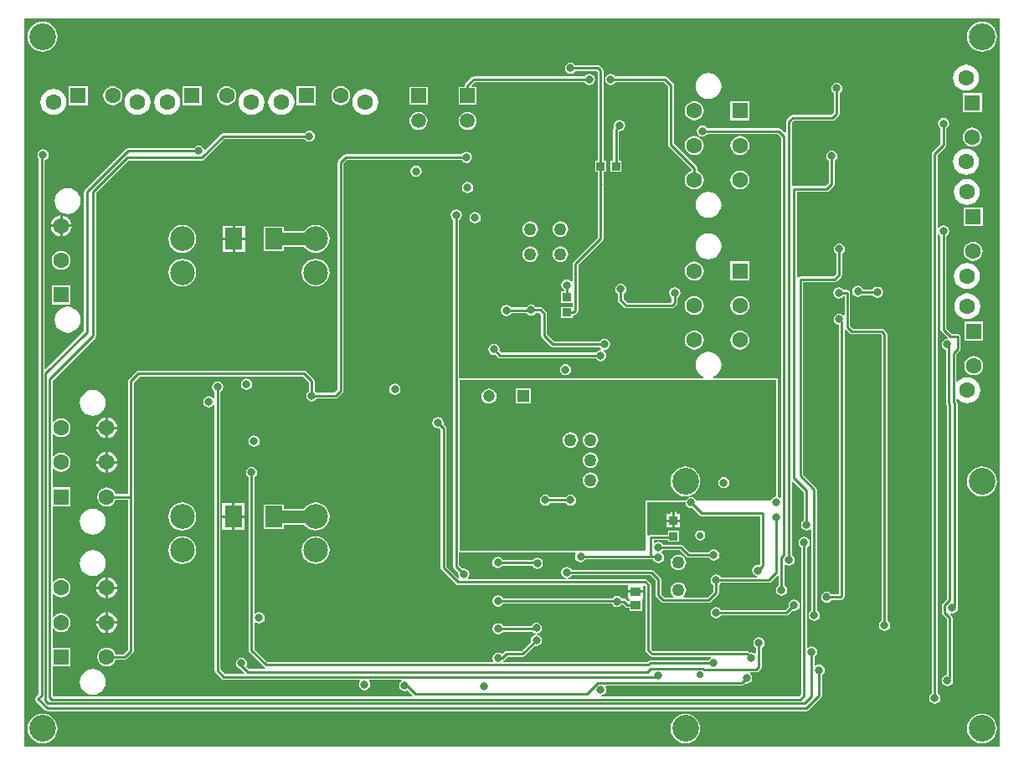
<source format=gbl>
G04 Layer_Physical_Order=4*
G04 Layer_Color=16711680*
%FSLAX25Y25*%
%MOIN*%
G70*
G01*
G75*
%ADD12R,0.03347X0.03347*%
%ADD20R,0.03347X0.03347*%
%ADD21R,0.03937X0.03543*%
%ADD36C,0.01000*%
%ADD37C,0.02756*%
%ADD38C,0.10630*%
%ADD39C,0.05906*%
%ADD40R,0.05906X0.05906*%
%ADD41R,0.04724X0.04724*%
%ADD42C,0.04724*%
%ADD43C,0.09843*%
%ADD44R,0.06299X0.06299*%
%ADD45C,0.06299*%
%ADD46R,0.06299X0.06299*%
%ADD47C,0.03200*%
%ADD48C,0.05000*%
%ADD59R,0.07000X0.08500*%
%ADD60C,0.05000*%
G36*
X390942Y2591D02*
X2591D01*
Y292685D01*
X390942D01*
X390942Y2591D01*
D02*
G37*
%LPC*%
G36*
X91000Y149243D02*
X90142Y149072D01*
X89414Y148586D01*
X88928Y147858D01*
X88757Y147000D01*
X88928Y146142D01*
X89414Y145414D01*
X90142Y144928D01*
X91000Y144757D01*
X91858Y144928D01*
X92586Y145414D01*
X93072Y146142D01*
X93243Y147000D01*
X93072Y147858D01*
X92586Y148586D01*
X91858Y149072D01*
X91000Y149243D01*
D02*
G37*
G36*
X150104Y147243D02*
X149246Y147072D01*
X148518Y146586D01*
X148032Y145858D01*
X147861Y145000D01*
X148032Y144142D01*
X148518Y143414D01*
X149246Y142928D01*
X150104Y142757D01*
X150963Y142928D01*
X151690Y143414D01*
X152177Y144142D01*
X152348Y145000D01*
X152177Y145858D01*
X151690Y146586D01*
X150963Y147072D01*
X150104Y147243D01*
D02*
G37*
G36*
X368500Y253030D02*
X367642Y252860D01*
X366914Y252374D01*
X366428Y251646D01*
X366257Y250787D01*
X366428Y249929D01*
X366914Y249201D01*
X367378Y248891D01*
Y242752D01*
X364207Y239580D01*
X363964Y239217D01*
X363878Y238787D01*
X363878Y238787D01*
Y23897D01*
X363414Y23586D01*
X362928Y22858D01*
X362757Y22000D01*
X362928Y21142D01*
X363414Y20414D01*
X364142Y19928D01*
X365000Y19757D01*
X365858Y19928D01*
X366586Y20414D01*
X367072Y21142D01*
X367243Y22000D01*
X367072Y22858D01*
X366586Y23586D01*
X366122Y23897D01*
Y206702D01*
X366621Y206854D01*
X366914Y206416D01*
X367378Y206106D01*
Y168787D01*
X367378Y168787D01*
X367464Y168358D01*
X367707Y167994D01*
X370081Y165620D01*
X370051Y165440D01*
X369884Y165110D01*
X369142Y164962D01*
X368414Y164476D01*
X367928Y163748D01*
X367757Y162890D01*
X367928Y162031D01*
X368414Y161304D01*
X369142Y160817D01*
X369453Y160755D01*
Y139362D01*
X369453Y139362D01*
X369539Y138933D01*
X369782Y138569D01*
X369879Y138472D01*
Y61465D01*
X368207Y59793D01*
X367964Y59429D01*
X367878Y59000D01*
X367879Y59000D01*
Y56000D01*
X367878Y56000D01*
X367964Y55571D01*
X368207Y55207D01*
X369879Y53535D01*
Y31219D01*
X369142Y31072D01*
X368414Y30586D01*
X367928Y29858D01*
X367757Y29000D01*
X367928Y28142D01*
X368414Y27414D01*
X369142Y26928D01*
X370000Y26757D01*
X370858Y26928D01*
X371586Y27414D01*
X372072Y28142D01*
X372243Y29000D01*
X372083Y29805D01*
X372122Y30000D01*
Y54000D01*
X372122Y54000D01*
X372036Y54429D01*
X371793Y54793D01*
X371793Y54793D01*
X371175Y55411D01*
X371421Y55872D01*
X372000Y55757D01*
X372858Y55928D01*
X373586Y56414D01*
X374072Y57142D01*
X374243Y58000D01*
X374083Y58806D01*
X374121Y59000D01*
Y139284D01*
X374122Y139284D01*
X374036Y139714D01*
X373793Y140077D01*
X373793Y140077D01*
X373514Y140357D01*
Y141175D01*
X374014Y141345D01*
X374363Y140890D01*
X375434Y140068D01*
X376681Y139552D01*
X378020Y139375D01*
X379358Y139552D01*
X380606Y140068D01*
X381677Y140890D01*
X382499Y141961D01*
X383015Y143209D01*
X383191Y144547D01*
X383015Y145886D01*
X382499Y147133D01*
X381677Y148204D01*
X380606Y149026D01*
X379358Y149543D01*
X378020Y149719D01*
X376681Y149543D01*
X375434Y149026D01*
X374363Y148204D01*
X374014Y147749D01*
X373514Y147919D01*
Y158928D01*
X374898Y160312D01*
X374898Y160312D01*
X375141Y160676D01*
X375226Y161105D01*
Y166000D01*
X375141Y166429D01*
X374898Y166793D01*
X374534Y167036D01*
X374105Y167122D01*
X371752D01*
X369621Y169252D01*
Y206106D01*
X370086Y206416D01*
X370572Y207144D01*
X370743Y208002D01*
X370572Y208861D01*
X370086Y209589D01*
X369358Y210075D01*
X368500Y210245D01*
X367642Y210075D01*
X366914Y209589D01*
X366621Y209151D01*
X366122Y209303D01*
Y238323D01*
X369293Y241494D01*
X369293Y241494D01*
X369536Y241858D01*
X369622Y242287D01*
X369621Y242287D01*
Y248891D01*
X370086Y249201D01*
X370572Y249929D01*
X370743Y250787D01*
X370572Y251646D01*
X370086Y252374D01*
X369358Y252860D01*
X368500Y253030D01*
D02*
G37*
G36*
X218000Y155031D02*
X217142Y154860D01*
X216414Y154374D01*
X215928Y153646D01*
X215757Y152787D01*
X215928Y151929D01*
X216414Y151201D01*
X217142Y150715D01*
X218000Y150544D01*
X218858Y150715D01*
X219586Y151201D01*
X220072Y151929D01*
X220243Y152787D01*
X220072Y153646D01*
X219586Y154374D01*
X218858Y154860D01*
X218000Y155031D01*
D02*
G37*
G36*
X287410Y168313D02*
X286431Y168184D01*
X285519Y167806D01*
X284736Y167205D01*
X284135Y166422D01*
X283757Y165509D01*
X283628Y164531D01*
X283757Y163552D01*
X284135Y162640D01*
X284736Y161856D01*
X285519Y161255D01*
X286431Y160878D01*
X287410Y160749D01*
X288389Y160878D01*
X289301Y161255D01*
X290085Y161856D01*
X290686Y162640D01*
X291063Y163552D01*
X291192Y164531D01*
X291063Y165509D01*
X290686Y166422D01*
X290085Y167205D01*
X289301Y167806D01*
X288389Y168184D01*
X287410Y168313D01*
D02*
G37*
G36*
X269300D02*
X268321Y168184D01*
X267409Y167806D01*
X266626Y167205D01*
X266025Y166422D01*
X265647Y165509D01*
X265518Y164531D01*
X265647Y163552D01*
X266025Y162640D01*
X266626Y161856D01*
X267409Y161255D01*
X268321Y160878D01*
X269300Y160749D01*
X270279Y160878D01*
X271191Y161255D01*
X271974Y161856D01*
X272575Y162640D01*
X272953Y163552D01*
X273082Y164531D01*
X272953Y165509D01*
X272575Y166422D01*
X271974Y167205D01*
X271191Y167806D01*
X270279Y168184D01*
X269300Y168313D01*
D02*
G37*
G36*
X380500Y158172D02*
X379521Y158043D01*
X378609Y157665D01*
X377826Y157064D01*
X377225Y156281D01*
X376847Y155369D01*
X376718Y154390D01*
X376847Y153411D01*
X377225Y152499D01*
X377826Y151716D01*
X378609Y151114D01*
X379521Y150737D01*
X380500Y150608D01*
X381479Y150737D01*
X382391Y151114D01*
X383174Y151716D01*
X383775Y152499D01*
X384153Y153411D01*
X384282Y154390D01*
X384153Y155369D01*
X383775Y156281D01*
X383174Y157064D01*
X382391Y157665D01*
X381479Y158043D01*
X380500Y158172D01*
D02*
G37*
G36*
X34874Y129169D02*
X31255D01*
X31332Y128586D01*
X31750Y127576D01*
X32415Y126709D01*
X33282Y126044D01*
X34291Y125626D01*
X34874Y125549D01*
Y129169D01*
D02*
G37*
G36*
X94000Y126531D02*
X93142Y126360D01*
X92414Y125873D01*
X91928Y125146D01*
X91757Y124287D01*
X91928Y123429D01*
X92414Y122701D01*
X93142Y122215D01*
X94000Y122044D01*
X94858Y122215D01*
X95586Y122701D01*
X96072Y123429D01*
X96243Y124287D01*
X96072Y125146D01*
X95586Y125873D01*
X94858Y126360D01*
X94000Y126531D01*
D02*
G37*
G36*
X35874Y120009D02*
Y116389D01*
X39494D01*
X39417Y116973D01*
X38999Y117982D01*
X38334Y118849D01*
X37467Y119514D01*
X36458Y119932D01*
X35874Y120009D01*
D02*
G37*
G36*
X39494Y129169D02*
X35874D01*
Y125549D01*
X36458Y125626D01*
X37467Y126044D01*
X38334Y126709D01*
X38999Y127576D01*
X39417Y128586D01*
X39494Y129169D01*
D02*
G37*
G36*
X29784Y144683D02*
X28445Y144507D01*
X27198Y143990D01*
X26127Y143168D01*
X25305Y142097D01*
X24788Y140850D01*
X24612Y139511D01*
X24788Y138173D01*
X25305Y136925D01*
X26127Y135854D01*
X27198Y135032D01*
X28445Y134516D01*
X29784Y134340D01*
X31122Y134516D01*
X32370Y135032D01*
X33441Y135854D01*
X34263Y136925D01*
X34779Y138173D01*
X34956Y139511D01*
X34779Y140850D01*
X34263Y142097D01*
X33441Y143168D01*
X32370Y143990D01*
X31122Y144507D01*
X29784Y144683D01*
D02*
G37*
G36*
X35874Y133788D02*
Y130169D01*
X39494D01*
X39417Y130752D01*
X38999Y131762D01*
X38334Y132628D01*
X37467Y133293D01*
X36458Y133712D01*
X35874Y133788D01*
D02*
G37*
G36*
X34874D02*
X34291Y133712D01*
X33282Y133293D01*
X32415Y132628D01*
X31750Y131762D01*
X31332Y130752D01*
X31255Y130169D01*
X34874D01*
Y133788D01*
D02*
G37*
G36*
X334400Y186233D02*
X333542Y186062D01*
X332814Y185576D01*
X332328Y184848D01*
X332157Y183990D01*
X332328Y183131D01*
X332814Y182404D01*
X333542Y181917D01*
X334400Y181747D01*
X335258Y181917D01*
X335986Y182404D01*
X336028Y182466D01*
X340303D01*
X340614Y182001D01*
X341342Y181515D01*
X342200Y181344D01*
X343058Y181515D01*
X343786Y182001D01*
X344272Y182729D01*
X344443Y183587D01*
X344272Y184446D01*
X343786Y185173D01*
X343058Y185660D01*
X342200Y185830D01*
X341342Y185660D01*
X340614Y185173D01*
X340303Y184709D01*
X336500D01*
X336472Y184848D01*
X335986Y185576D01*
X335258Y186062D01*
X334400Y186233D01*
D02*
G37*
G36*
X21014Y186258D02*
X13514D01*
Y178758D01*
X21014D01*
Y186258D01*
D02*
G37*
G36*
X204372Y178761D02*
X203514Y178590D01*
X202786Y178104D01*
X202390Y177511D01*
X196397D01*
X196086Y177976D01*
X195358Y178462D01*
X194500Y178633D01*
X193642Y178462D01*
X192914Y177976D01*
X192428Y177248D01*
X192257Y176390D01*
X192428Y175531D01*
X192914Y174804D01*
X193642Y174317D01*
X194500Y174147D01*
X195358Y174317D01*
X196086Y174804D01*
X196397Y175268D01*
X202561D01*
X202786Y174932D01*
X203514Y174445D01*
X204372Y174275D01*
X205230Y174445D01*
X205958Y174932D01*
X206269Y175396D01*
X207607D01*
X208379Y174624D01*
Y166390D01*
X208378Y166390D01*
X208464Y165961D01*
X208707Y165597D01*
X212207Y162097D01*
X212207Y162097D01*
X212571Y161854D01*
X213000Y161768D01*
X213000Y161768D01*
X231604D01*
X231914Y161304D01*
X232221Y161099D01*
X232025Y160628D01*
X232000Y160633D01*
X231142Y160462D01*
X230414Y159976D01*
X230103Y159511D01*
X192465D01*
X191634Y160342D01*
X191743Y160890D01*
X191572Y161748D01*
X191086Y162476D01*
X190358Y162962D01*
X189500Y163133D01*
X188642Y162962D01*
X187914Y162476D01*
X187428Y161748D01*
X187257Y160890D01*
X187428Y160031D01*
X187914Y159304D01*
X188642Y158817D01*
X189500Y158647D01*
X190048Y158756D01*
X191207Y157597D01*
X191207Y157597D01*
X191571Y157354D01*
X192000Y157268D01*
X230103D01*
X230414Y156804D01*
X231142Y156317D01*
X232000Y156147D01*
X232858Y156317D01*
X233586Y156804D01*
X234072Y157531D01*
X234243Y158390D01*
X234072Y159248D01*
X233586Y159976D01*
X233279Y160181D01*
X233475Y160652D01*
X233500Y160647D01*
X234358Y160817D01*
X235086Y161304D01*
X235572Y162031D01*
X235743Y162890D01*
X235572Y163748D01*
X235086Y164476D01*
X234358Y164962D01*
X233500Y165133D01*
X232642Y164962D01*
X231914Y164476D01*
X231604Y164011D01*
X213465D01*
X210622Y166854D01*
Y175089D01*
X210622Y175089D01*
X210536Y175518D01*
X210293Y175882D01*
X210293Y175882D01*
X208864Y177311D01*
X208500Y177554D01*
X208071Y177639D01*
X208071Y177639D01*
X206269D01*
X205958Y178104D01*
X205230Y178590D01*
X204372Y178761D01*
D02*
G37*
G36*
X377820Y195219D02*
X376481Y195043D01*
X375234Y194526D01*
X374163Y193704D01*
X373341Y192633D01*
X372824Y191386D01*
X372648Y190047D01*
X372824Y188709D01*
X373341Y187461D01*
X374163Y186390D01*
X375234Y185568D01*
X376481Y185052D01*
X377820Y184875D01*
X379158Y185052D01*
X380406Y185568D01*
X381477Y186390D01*
X382299Y187461D01*
X382815Y188709D01*
X382992Y190047D01*
X382815Y191386D01*
X382299Y192633D01*
X381477Y193704D01*
X380406Y194526D01*
X379158Y195043D01*
X377820Y195219D01*
D02*
G37*
G36*
X220000Y275133D02*
X219142Y274962D01*
X218414Y274476D01*
X217928Y273748D01*
X217757Y272890D01*
X217928Y272031D01*
X218414Y271304D01*
X219142Y270817D01*
X220000Y270647D01*
X220858Y270817D01*
X221586Y271304D01*
X221897Y271768D01*
X230535D01*
X230878Y271425D01*
Y236061D01*
X229727D01*
Y231514D01*
X230878D01*
Y226890D01*
X230878Y226890D01*
X230878Y226890D01*
Y205465D01*
X221207Y195793D01*
X220964Y195429D01*
X220878Y195000D01*
X220879Y195000D01*
Y187841D01*
X220378Y187690D01*
X220147Y188037D01*
X219419Y188523D01*
X218561Y188693D01*
X217702Y188523D01*
X216974Y188037D01*
X216488Y187309D01*
X216318Y186450D01*
X216488Y185592D01*
X216974Y184864D01*
X217439Y184554D01*
Y183930D01*
X216287D01*
Y179383D01*
X220834Y179383D01*
X220879Y178902D01*
Y178309D01*
X220834Y177828D01*
X216287D01*
Y173281D01*
X220834D01*
Y174098D01*
X221165Y174433D01*
X221594Y174518D01*
X221958Y174761D01*
X222793Y175597D01*
X222793Y175597D01*
X223036Y175961D01*
X223122Y176390D01*
X223122Y176390D01*
Y194535D01*
X232793Y204207D01*
X232793Y204207D01*
X233036Y204571D01*
X233122Y205000D01*
X233121Y205000D01*
Y226333D01*
X233139Y226358D01*
X233224Y226787D01*
X233139Y227217D01*
X233121Y227242D01*
Y231514D01*
X234273D01*
Y236061D01*
X233121D01*
Y271890D01*
X233036Y272319D01*
X232793Y272683D01*
X232793Y272683D01*
X231793Y273683D01*
X231429Y273926D01*
X231000Y274011D01*
X231000Y274011D01*
X221897D01*
X221586Y274476D01*
X220858Y274962D01*
X220000Y275133D01*
D02*
G37*
G36*
X118503Y197022D02*
X117062Y196832D01*
X115719Y196275D01*
X114565Y195390D01*
X113680Y194237D01*
X113124Y192894D01*
X112934Y191453D01*
X113124Y190011D01*
X113680Y188668D01*
X114565Y187515D01*
X115719Y186630D01*
X117062Y186074D01*
X118503Y185884D01*
X119945Y186074D01*
X121288Y186630D01*
X122441Y187515D01*
X123326Y188668D01*
X123882Y190011D01*
X124072Y191453D01*
X123882Y192894D01*
X123326Y194237D01*
X122441Y195390D01*
X121288Y196275D01*
X119945Y196832D01*
X118503Y197022D01*
D02*
G37*
G36*
X65472D02*
X64030Y196832D01*
X62687Y196275D01*
X61534Y195390D01*
X60649Y194237D01*
X60093Y192894D01*
X59903Y191453D01*
X60093Y190011D01*
X60649Y188668D01*
X61534Y187515D01*
X62687Y186630D01*
X64030Y186074D01*
X65472Y185884D01*
X66913Y186074D01*
X68256Y186630D01*
X69410Y187515D01*
X70294Y188668D01*
X70851Y190011D01*
X71041Y191453D01*
X70851Y192894D01*
X70294Y194237D01*
X69410Y195390D01*
X68256Y196275D01*
X66913Y196832D01*
X65472Y197022D01*
D02*
G37*
G36*
X378020Y183184D02*
X376681Y183007D01*
X375434Y182491D01*
X374363Y181669D01*
X373541Y180598D01*
X373024Y179350D01*
X372848Y178012D01*
X373024Y176673D01*
X373541Y175426D01*
X374363Y174355D01*
X375434Y173533D01*
X376681Y173016D01*
X378020Y172840D01*
X379358Y173016D01*
X380606Y173533D01*
X381677Y174355D01*
X382499Y175426D01*
X383015Y176673D01*
X383191Y178012D01*
X383015Y179350D01*
X382499Y180598D01*
X381677Y181669D01*
X380606Y182491D01*
X379358Y183007D01*
X378020Y183184D01*
D02*
G37*
G36*
X19744Y177837D02*
X18406Y177661D01*
X17158Y177144D01*
X16087Y176322D01*
X15266Y175251D01*
X14749Y174004D01*
X14573Y172665D01*
X14749Y171327D01*
X15266Y170079D01*
X16087Y169008D01*
X17158Y168186D01*
X18406Y167670D01*
X19744Y167493D01*
X21083Y167670D01*
X22330Y168186D01*
X23401Y169008D01*
X24223Y170079D01*
X24740Y171327D01*
X24916Y172665D01*
X24740Y174004D01*
X24223Y175251D01*
X23401Y176322D01*
X22330Y177144D01*
X21083Y177661D01*
X19744Y177837D01*
D02*
G37*
G36*
X384250Y171919D02*
X376750D01*
Y164420D01*
X384250D01*
Y171919D01*
D02*
G37*
G36*
X326821Y185631D02*
X325963Y185460D01*
X325235Y184974D01*
X324749Y184246D01*
X324578Y183387D01*
X324749Y182529D01*
X325235Y181801D01*
X325963Y181315D01*
X326821Y181144D01*
X327680Y181315D01*
X328407Y181801D01*
X328591Y182076D01*
X329091Y181924D01*
Y174620D01*
X328591Y174469D01*
X328586Y174476D01*
X327858Y174962D01*
X327000Y175133D01*
X326142Y174962D01*
X325414Y174476D01*
X324928Y173748D01*
X324757Y172890D01*
X324928Y172031D01*
X325414Y171304D01*
X326142Y170817D01*
X326878Y170671D01*
Y63321D01*
X323897D01*
X323586Y63786D01*
X322858Y64272D01*
X322000Y64443D01*
X321142Y64272D01*
X320414Y63786D01*
X319928Y63058D01*
X319757Y62200D01*
X319928Y61341D01*
X320414Y60614D01*
X321142Y60128D01*
X322000Y59957D01*
X322858Y60128D01*
X323586Y60614D01*
X323897Y61078D01*
X327475D01*
X327475Y61078D01*
X327905Y61164D01*
X328269Y61407D01*
X328793Y61931D01*
X328793Y61931D01*
X329036Y62295D01*
X329122Y62724D01*
X329121Y62725D01*
Y168585D01*
X329622Y168792D01*
X331207Y167207D01*
X331207Y167207D01*
X331571Y166964D01*
X332000Y166878D01*
X332000Y166878D01*
X343535D01*
X343879Y166535D01*
Y52896D01*
X343414Y52586D01*
X342928Y51858D01*
X342757Y51000D01*
X342928Y50142D01*
X343414Y49414D01*
X344142Y48928D01*
X345000Y48757D01*
X345858Y48928D01*
X346586Y49414D01*
X347072Y50142D01*
X347243Y51000D01*
X347072Y51858D01*
X346586Y52586D01*
X346122Y52896D01*
Y167000D01*
X346036Y167429D01*
X345793Y167793D01*
X345793Y167793D01*
X344793Y168793D01*
X344429Y169036D01*
X344000Y169122D01*
X344000Y169122D01*
X332465D01*
X331334Y170252D01*
Y183387D01*
X331249Y183817D01*
X331006Y184180D01*
X330642Y184424D01*
X330213Y184509D01*
X328718D01*
X328407Y184974D01*
X327680Y185460D01*
X326821Y185631D01*
D02*
G37*
G36*
X240000Y187133D02*
X239142Y186962D01*
X238414Y186476D01*
X237928Y185748D01*
X237757Y184890D01*
X237928Y184031D01*
X238414Y183304D01*
X238878Y182993D01*
Y180432D01*
X238878Y180432D01*
X238964Y180003D01*
X239207Y179639D01*
X241329Y177517D01*
X241329Y177517D01*
X241693Y177274D01*
X242122Y177189D01*
X260420D01*
X260420Y177189D01*
X260850Y177274D01*
X261213Y177517D01*
X262293Y178597D01*
X262293Y178597D01*
X262536Y178961D01*
X262621Y179390D01*
Y181493D01*
X263086Y181804D01*
X263572Y182531D01*
X263743Y183390D01*
X263572Y184248D01*
X263086Y184976D01*
X262358Y185462D01*
X261500Y185633D01*
X260642Y185462D01*
X259914Y184976D01*
X259428Y184248D01*
X259257Y183390D01*
X259428Y182531D01*
X259914Y181804D01*
X260379Y181493D01*
Y179854D01*
X259956Y179432D01*
X242587D01*
X241122Y180897D01*
Y182993D01*
X241586Y183304D01*
X242072Y184031D01*
X242243Y184890D01*
X242072Y185748D01*
X241586Y186476D01*
X240858Y186962D01*
X240000Y187133D01*
D02*
G37*
G36*
X287410Y182092D02*
X286431Y181963D01*
X285519Y181586D01*
X284736Y180984D01*
X284135Y180201D01*
X283757Y179289D01*
X283628Y178310D01*
X283757Y177331D01*
X284135Y176419D01*
X284736Y175636D01*
X285519Y175035D01*
X286431Y174657D01*
X287410Y174528D01*
X288389Y174657D01*
X289301Y175035D01*
X290085Y175636D01*
X290686Y176419D01*
X291063Y177331D01*
X291192Y178310D01*
X291063Y179289D01*
X290686Y180201D01*
X290085Y180984D01*
X289301Y181586D01*
X288389Y181963D01*
X287410Y182092D01*
D02*
G37*
G36*
X269300D02*
X268321Y181963D01*
X267409Y181586D01*
X266626Y180984D01*
X266025Y180201D01*
X265647Y179289D01*
X265518Y178310D01*
X265647Y177331D01*
X266025Y176419D01*
X266626Y175636D01*
X267409Y175035D01*
X268321Y174657D01*
X269300Y174528D01*
X270279Y174657D01*
X271191Y175035D01*
X271974Y175636D01*
X272575Y176419D01*
X272953Y177331D01*
X273082Y178310D01*
X272953Y179289D01*
X272575Y180201D01*
X271974Y180984D01*
X271191Y181586D01*
X270279Y181963D01*
X269300Y182092D01*
D02*
G37*
G36*
X248969Y63945D02*
X243032D01*
Y61743D01*
X243032Y61743D01*
Y61673D01*
X243431Y61432D01*
X243431Y60649D01*
X242932Y60442D01*
X242086Y61287D01*
X241722Y61530D01*
X241293Y61616D01*
X241293Y61616D01*
X240396D01*
X240086Y62080D01*
X239358Y62566D01*
X238500Y62737D01*
X237642Y62566D01*
X236914Y62080D01*
X236714Y61781D01*
X193096D01*
X192786Y62246D01*
X192058Y62732D01*
X191200Y62902D01*
X190342Y62732D01*
X189614Y62246D01*
X189128Y61518D01*
X188957Y60659D01*
X189128Y59801D01*
X189614Y59073D01*
X190342Y58587D01*
X191200Y58416D01*
X192058Y58587D01*
X192786Y59073D01*
X193096Y59538D01*
X236493D01*
X236914Y58908D01*
X237642Y58422D01*
X238500Y58251D01*
X239358Y58422D01*
X240086Y58908D01*
X240355Y59310D01*
X240861Y59340D01*
X241864Y58337D01*
X241864Y58337D01*
X242228Y58094D01*
X242657Y58008D01*
X242657Y58008D01*
X243431D01*
Y56758D01*
X248569D01*
X248569Y61432D01*
X248969Y61673D01*
X248969Y61743D01*
X248969Y61743D01*
Y63945D01*
D02*
G37*
G36*
X309000Y61243D02*
X308142Y61072D01*
X307414Y60586D01*
X306928Y59858D01*
X306757Y59000D01*
X306866Y58452D01*
X305535Y57122D01*
X279896D01*
X279586Y57586D01*
X278858Y58072D01*
X278000Y58243D01*
X277142Y58072D01*
X276414Y57586D01*
X275928Y56858D01*
X275757Y56000D01*
X275928Y55142D01*
X276414Y54414D01*
X277142Y53928D01*
X278000Y53757D01*
X278858Y53928D01*
X279586Y54414D01*
X279896Y54878D01*
X306000D01*
X306000Y54878D01*
X306429Y54964D01*
X306793Y55207D01*
X308452Y56866D01*
X309000Y56757D01*
X309858Y56928D01*
X310586Y57414D01*
X311072Y58142D01*
X311243Y59000D01*
X311072Y59858D01*
X310586Y60586D01*
X309858Y61072D01*
X309000Y61243D01*
D02*
G37*
G36*
X35874Y56229D02*
Y52610D01*
X39494D01*
X39417Y53193D01*
X38999Y54203D01*
X38334Y55069D01*
X37467Y55734D01*
X36458Y56153D01*
X35874Y56229D01*
D02*
G37*
G36*
X39494Y65389D02*
X35874D01*
Y61770D01*
X36458Y61847D01*
X37467Y62265D01*
X38334Y62930D01*
X38999Y63797D01*
X39417Y64806D01*
X39494Y65389D01*
D02*
G37*
G36*
X35874Y70009D02*
Y66389D01*
X39494D01*
X39417Y66973D01*
X38999Y67982D01*
X38334Y68849D01*
X37467Y69514D01*
X36458Y69932D01*
X35874Y70009D01*
D02*
G37*
G36*
X34874Y70009D02*
X34291Y69932D01*
X33282Y69514D01*
X32415Y68849D01*
X31750Y67982D01*
X31332Y66973D01*
X31255Y66389D01*
X34874D01*
Y70009D01*
D02*
G37*
G36*
Y65389D02*
X31255D01*
X31332Y64806D01*
X31750Y63797D01*
X32415Y62930D01*
X33282Y62265D01*
X34291Y61847D01*
X34874Y61770D01*
Y65389D01*
D02*
G37*
G36*
X383858Y15786D02*
X382699Y15672D01*
X381584Y15334D01*
X380556Y14784D01*
X379656Y14045D01*
X378916Y13145D01*
X378367Y12117D01*
X378029Y11002D01*
X377915Y9843D01*
X378029Y8683D01*
X378367Y7568D01*
X378916Y6540D01*
X379656Y5640D01*
X380556Y4901D01*
X381584Y4351D01*
X382699Y4013D01*
X383858Y3899D01*
X385018Y4013D01*
X386133Y4351D01*
X387160Y4901D01*
X388061Y5640D01*
X388800Y6540D01*
X389349Y7568D01*
X389688Y8683D01*
X389802Y9843D01*
X389688Y11002D01*
X389349Y12117D01*
X388800Y13145D01*
X388061Y14045D01*
X387160Y14784D01*
X386133Y15334D01*
X385018Y15672D01*
X383858Y15786D01*
D02*
G37*
G36*
X265748D02*
X264588Y15672D01*
X263474Y15334D01*
X262446Y14784D01*
X261545Y14045D01*
X260806Y13145D01*
X260257Y12117D01*
X259919Y11002D01*
X259804Y9843D01*
X259919Y8683D01*
X260257Y7568D01*
X260806Y6540D01*
X261545Y5640D01*
X262446Y4901D01*
X263474Y4351D01*
X264588Y4013D01*
X265748Y3899D01*
X266908Y4013D01*
X268022Y4351D01*
X269050Y4901D01*
X269951Y5640D01*
X270690Y6540D01*
X271239Y7568D01*
X271577Y8683D01*
X271692Y9843D01*
X271577Y11002D01*
X271239Y12117D01*
X270690Y13145D01*
X269951Y14045D01*
X269050Y14784D01*
X268022Y15334D01*
X266908Y15672D01*
X265748Y15786D01*
D02*
G37*
G36*
X9843D02*
X8683Y15672D01*
X7568Y15334D01*
X6540Y14784D01*
X5640Y14045D01*
X4901Y13145D01*
X4351Y12117D01*
X4013Y11002D01*
X3899Y9843D01*
X4013Y8683D01*
X4351Y7568D01*
X4901Y6540D01*
X5640Y5640D01*
X6540Y4901D01*
X7568Y4351D01*
X8683Y4013D01*
X9843Y3899D01*
X11002Y4013D01*
X12117Y4351D01*
X13145Y4901D01*
X14045Y5640D01*
X14784Y6540D01*
X15334Y7568D01*
X15672Y8683D01*
X15786Y9843D01*
X15672Y11002D01*
X15334Y12117D01*
X14784Y13145D01*
X14045Y14045D01*
X13145Y14784D01*
X12117Y15334D01*
X11002Y15672D01*
X9843Y15786D01*
D02*
G37*
G36*
X29784Y33660D02*
X28445Y33483D01*
X27198Y32967D01*
X26127Y32145D01*
X25305Y31074D01*
X24788Y29826D01*
X24612Y28488D01*
X24788Y27149D01*
X25305Y25902D01*
X26127Y24831D01*
X27198Y24009D01*
X28445Y23492D01*
X29784Y23316D01*
X31122Y23492D01*
X32370Y24009D01*
X33441Y24831D01*
X34263Y25902D01*
X34779Y27149D01*
X34956Y28488D01*
X34779Y29826D01*
X34263Y31074D01*
X33441Y32145D01*
X32370Y32967D01*
X31122Y33483D01*
X29784Y33660D01*
D02*
G37*
G36*
X34874Y56229D02*
X34291Y56153D01*
X33282Y55734D01*
X32415Y55069D01*
X31750Y54203D01*
X31332Y53193D01*
X31255Y52610D01*
X34874D01*
Y56229D01*
D02*
G37*
G36*
X39494Y51610D02*
X35874D01*
Y47990D01*
X36458Y48067D01*
X37467Y48485D01*
X38334Y49150D01*
X38999Y50017D01*
X39417Y51026D01*
X39494Y51610D01*
D02*
G37*
G36*
X34874D02*
X31255D01*
X31332Y51026D01*
X31750Y50017D01*
X32415Y49150D01*
X33282Y48485D01*
X34291Y48067D01*
X34874Y47990D01*
Y51610D01*
D02*
G37*
G36*
X118503Y99844D02*
X117062Y99654D01*
X115719Y99098D01*
X114565Y98213D01*
X113943Y97402D01*
X105929D01*
Y99125D01*
X97729D01*
Y89425D01*
X105929D01*
Y91148D01*
X113943D01*
X114565Y90337D01*
X115719Y89452D01*
X117062Y88896D01*
X118503Y88706D01*
X119945Y88896D01*
X121288Y89452D01*
X122441Y90337D01*
X123326Y91491D01*
X123882Y92834D01*
X124072Y94275D01*
X123882Y95717D01*
X123326Y97060D01*
X122441Y98213D01*
X121288Y99098D01*
X119945Y99654D01*
X118503Y99844D01*
D02*
G37*
G36*
X90329Y99525D02*
X86329D01*
Y94775D01*
X90329D01*
Y99525D01*
D02*
G37*
G36*
X85329D02*
X81329D01*
Y94775D01*
X85329D01*
Y99525D01*
D02*
G37*
G36*
X383858Y114211D02*
X382699Y114097D01*
X381584Y113759D01*
X380556Y113210D01*
X379656Y112470D01*
X378916Y111570D01*
X378367Y110542D01*
X378029Y109427D01*
X377915Y108268D01*
X378029Y107108D01*
X378367Y105993D01*
X378916Y104966D01*
X379656Y104065D01*
X380556Y103326D01*
X381584Y102777D01*
X382699Y102438D01*
X383858Y102324D01*
X385018Y102438D01*
X386133Y102777D01*
X387160Y103326D01*
X388061Y104065D01*
X388800Y104966D01*
X389349Y105993D01*
X389688Y107108D01*
X389802Y108268D01*
X389688Y109427D01*
X389349Y110542D01*
X388800Y111570D01*
X388061Y112470D01*
X387160Y113210D01*
X386133Y113759D01*
X385018Y114097D01*
X383858Y114211D01*
D02*
G37*
G36*
X34874Y120009D02*
X34291Y119932D01*
X33282Y119514D01*
X32415Y118849D01*
X31750Y117982D01*
X31332Y116973D01*
X31255Y116389D01*
X34874D01*
Y120009D01*
D02*
G37*
G36*
Y115389D02*
X31255D01*
X31332Y114806D01*
X31750Y113797D01*
X32415Y112930D01*
X33282Y112265D01*
X34291Y111846D01*
X34874Y111770D01*
Y115389D01*
D02*
G37*
G36*
X39494D02*
X35874D01*
Y111770D01*
X36458Y111846D01*
X37467Y112265D01*
X38334Y112930D01*
X38999Y113797D01*
X39417Y114806D01*
X39494Y115389D01*
D02*
G37*
G36*
X118503Y86458D02*
X117062Y86269D01*
X115719Y85712D01*
X114565Y84827D01*
X113680Y83674D01*
X113124Y82331D01*
X112934Y80889D01*
X113124Y79448D01*
X113680Y78105D01*
X114565Y76951D01*
X115719Y76066D01*
X117062Y75510D01*
X118503Y75320D01*
X119945Y75510D01*
X121288Y76066D01*
X122441Y76951D01*
X123326Y78105D01*
X123882Y79448D01*
X124072Y80889D01*
X123882Y82331D01*
X123326Y83674D01*
X122441Y84827D01*
X121288Y85712D01*
X119945Y86269D01*
X118503Y86458D01*
D02*
G37*
G36*
X65472D02*
X64030Y86269D01*
X62687Y85712D01*
X61534Y84827D01*
X60649Y83674D01*
X60093Y82331D01*
X59903Y80889D01*
X60093Y79448D01*
X60649Y78105D01*
X61534Y76951D01*
X62687Y76066D01*
X64030Y75510D01*
X65472Y75320D01*
X66913Y75510D01*
X68256Y76066D01*
X69410Y76951D01*
X70294Y78105D01*
X70851Y79448D01*
X71041Y80889D01*
X70851Y82331D01*
X70294Y83674D01*
X69410Y84827D01*
X68256Y85712D01*
X66913Y86269D01*
X65472Y86458D01*
D02*
G37*
G36*
X29784Y80904D02*
X28445Y80727D01*
X27198Y80211D01*
X26127Y79389D01*
X25305Y78318D01*
X24788Y77070D01*
X24612Y75732D01*
X24788Y74393D01*
X25305Y73146D01*
X26127Y72075D01*
X27198Y71253D01*
X28445Y70736D01*
X29784Y70560D01*
X31122Y70736D01*
X32370Y71253D01*
X33441Y72075D01*
X34263Y73146D01*
X34779Y74393D01*
X34956Y75732D01*
X34779Y77070D01*
X34263Y78318D01*
X33441Y79389D01*
X32370Y80211D01*
X31122Y80727D01*
X29784Y80904D01*
D02*
G37*
G36*
Y97439D02*
X28445Y97263D01*
X27198Y96746D01*
X26127Y95924D01*
X25305Y94853D01*
X24788Y93606D01*
X24612Y92267D01*
X24788Y90929D01*
X25305Y89681D01*
X26127Y88610D01*
X27198Y87788D01*
X28445Y87272D01*
X29784Y87095D01*
X31122Y87272D01*
X32370Y87788D01*
X33441Y88610D01*
X34263Y89681D01*
X34779Y90929D01*
X34956Y92267D01*
X34779Y93606D01*
X34263Y94853D01*
X33441Y95924D01*
X32370Y96746D01*
X31122Y97263D01*
X29784Y97439D01*
D02*
G37*
G36*
X90329Y93775D02*
X86329D01*
Y89025D01*
X90329D01*
Y93775D01*
D02*
G37*
G36*
X85329D02*
X81329D01*
Y89025D01*
X85329D01*
Y93775D01*
D02*
G37*
G36*
X65472Y99844D02*
X64030Y99654D01*
X62687Y99098D01*
X61534Y98213D01*
X60649Y97060D01*
X60093Y95717D01*
X59903Y94275D01*
X60093Y92834D01*
X60649Y91491D01*
X61534Y90337D01*
X62687Y89452D01*
X64030Y88896D01*
X65472Y88706D01*
X66913Y88896D01*
X68256Y89452D01*
X69410Y90337D01*
X70294Y91491D01*
X70851Y92834D01*
X71041Y94275D01*
X70851Y95717D01*
X70294Y97060D01*
X69410Y98213D01*
X68256Y99098D01*
X66913Y99654D01*
X65472Y99844D01*
D02*
G37*
G36*
X269300Y195872D02*
X268321Y195743D01*
X267409Y195365D01*
X266626Y194764D01*
X266025Y193981D01*
X265647Y193069D01*
X265518Y192090D01*
X265647Y191111D01*
X266025Y190199D01*
X266626Y189416D01*
X267409Y188814D01*
X268321Y188437D01*
X269300Y188308D01*
X270279Y188437D01*
X271191Y188814D01*
X271974Y189416D01*
X272575Y190199D01*
X272953Y191111D01*
X273082Y192090D01*
X272953Y193069D01*
X272575Y193981D01*
X271974Y194764D01*
X271191Y195365D01*
X270279Y195743D01*
X269300Y195872D01*
D02*
G37*
G36*
X178622Y239633D02*
X177764Y239462D01*
X177036Y238976D01*
X176726Y238511D01*
X130500D01*
X130500Y238511D01*
X130071Y238426D01*
X129707Y238183D01*
X129707Y238183D01*
X127707Y236183D01*
X127464Y235819D01*
X127378Y235390D01*
X127378Y235390D01*
Y144854D01*
X126035Y143511D01*
X118896D01*
X118586Y143976D01*
X118122Y144286D01*
Y148287D01*
X118122Y148287D01*
X118036Y148717D01*
X117793Y149081D01*
X114793Y152081D01*
X114429Y152324D01*
X114000Y152409D01*
X114000Y152409D01*
X48000D01*
X48000Y152409D01*
X47571Y152324D01*
X47207Y152081D01*
X44207Y149081D01*
X43964Y148717D01*
X43878Y148287D01*
X43878Y148287D01*
Y103231D01*
X38968D01*
X38650Y104001D01*
X38049Y104784D01*
X37265Y105385D01*
X36353Y105763D01*
X35374Y105892D01*
X34396Y105763D01*
X33483Y105385D01*
X32700Y104784D01*
X32099Y104001D01*
X31721Y103089D01*
X31592Y102110D01*
X31721Y101131D01*
X32099Y100219D01*
X32700Y99436D01*
X33483Y98835D01*
X34396Y98457D01*
X35374Y98328D01*
X36353Y98457D01*
X37265Y98835D01*
X38049Y99436D01*
X38650Y100219D01*
X38968Y100988D01*
X43878D01*
Y41252D01*
X42078Y39452D01*
X38968D01*
X38650Y40221D01*
X38049Y41004D01*
X37265Y41605D01*
X36353Y41983D01*
X35374Y42112D01*
X34396Y41983D01*
X33483Y41605D01*
X32700Y41004D01*
X32099Y40221D01*
X31721Y39309D01*
X31592Y38330D01*
X31721Y37351D01*
X32099Y36439D01*
X32700Y35656D01*
X33483Y35055D01*
X34396Y34677D01*
X35374Y34548D01*
X36353Y34677D01*
X37265Y35055D01*
X38049Y35656D01*
X38650Y36439D01*
X38968Y37209D01*
X42543D01*
X42543Y37209D01*
X42972Y37294D01*
X43336Y37537D01*
X45793Y39994D01*
X45793Y39994D01*
X46036Y40358D01*
X46122Y40787D01*
X46122Y40788D01*
Y101890D01*
X46100Y102000D01*
X46122Y102110D01*
Y147823D01*
X48465Y150166D01*
X113535D01*
X115878Y147823D01*
Y144286D01*
X115414Y143976D01*
X114928Y143248D01*
X114757Y142390D01*
X114928Y141531D01*
X115414Y140804D01*
X116142Y140317D01*
X117000Y140147D01*
X117858Y140317D01*
X118586Y140804D01*
X118896Y141268D01*
X126500D01*
X126500Y141268D01*
X126929Y141354D01*
X127293Y141597D01*
X129293Y143597D01*
X129293Y143597D01*
X129536Y143961D01*
X129622Y144390D01*
X129622Y144390D01*
Y234925D01*
X130965Y236268D01*
X176726D01*
X177036Y235804D01*
X177764Y235317D01*
X178622Y235147D01*
X179481Y235317D01*
X180209Y235804D01*
X180695Y236531D01*
X180866Y237390D01*
X180695Y238248D01*
X180209Y238976D01*
X179481Y239462D01*
X178622Y239633D01*
D02*
G37*
G36*
X118472Y265639D02*
X110973D01*
Y258140D01*
X118472D01*
Y265639D01*
D02*
G37*
G36*
X163053Y265442D02*
X155947D01*
Y258337D01*
X163053D01*
Y265442D01*
D02*
G37*
G36*
X73112Y265639D02*
X65613D01*
Y258140D01*
X73112D01*
Y265639D01*
D02*
G37*
G36*
X159500Y255473D02*
X158573Y255351D01*
X157708Y254993D01*
X156966Y254424D01*
X156397Y253681D01*
X156039Y252817D01*
X155917Y251890D01*
X156039Y250962D01*
X156397Y250098D01*
X156966Y249356D01*
X157708Y248786D01*
X158573Y248429D01*
X159500Y248306D01*
X160427Y248429D01*
X161292Y248786D01*
X162034Y249356D01*
X162603Y250098D01*
X162961Y250962D01*
X163083Y251890D01*
X162961Y252817D01*
X162603Y253681D01*
X162034Y254424D01*
X161292Y254993D01*
X160427Y255351D01*
X159500Y255473D01*
D02*
G37*
G36*
X380000Y249172D02*
X379021Y249043D01*
X378109Y248665D01*
X377326Y248064D01*
X376725Y247281D01*
X376347Y246369D01*
X376218Y245390D01*
X376347Y244411D01*
X376725Y243499D01*
X377326Y242716D01*
X378109Y242114D01*
X379021Y241737D01*
X380000Y241608D01*
X380979Y241737D01*
X381891Y242114D01*
X382674Y242716D01*
X383275Y243499D01*
X383653Y244411D01*
X383782Y245390D01*
X383653Y246369D01*
X383275Y247281D01*
X382674Y248064D01*
X381891Y248665D01*
X380979Y249043D01*
X380000Y249172D01*
D02*
G37*
G36*
X27752Y265639D02*
X20252D01*
Y258140D01*
X27752D01*
Y265639D01*
D02*
G37*
G36*
X377520Y240719D02*
X376181Y240543D01*
X374934Y240026D01*
X373863Y239204D01*
X373041Y238133D01*
X372524Y236886D01*
X372348Y235547D01*
X372524Y234209D01*
X373041Y232961D01*
X373863Y231890D01*
X374934Y231068D01*
X376181Y230552D01*
X377520Y230375D01*
X378858Y230552D01*
X380106Y231068D01*
X381177Y231890D01*
X381999Y232961D01*
X382515Y234209D01*
X382692Y235547D01*
X382515Y236886D01*
X381999Y238133D01*
X381177Y239204D01*
X380106Y240026D01*
X378858Y240543D01*
X377520Y240719D01*
D02*
G37*
G36*
Y274184D02*
X376181Y274007D01*
X374934Y273491D01*
X373863Y272669D01*
X373041Y271598D01*
X372524Y270350D01*
X372348Y269012D01*
X372524Y267673D01*
X373041Y266426D01*
X373863Y265355D01*
X374934Y264533D01*
X376181Y264016D01*
X377520Y263840D01*
X378858Y264016D01*
X380106Y264533D01*
X381177Y265355D01*
X381999Y266426D01*
X382515Y267673D01*
X382692Y269012D01*
X382515Y270350D01*
X381999Y271598D01*
X381177Y272669D01*
X380106Y273491D01*
X378858Y274007D01*
X377520Y274184D01*
D02*
G37*
G36*
X227500Y270633D02*
X226642Y270462D01*
X225914Y269976D01*
X225604Y269511D01*
X181500D01*
X181071Y269426D01*
X180707Y269183D01*
X180707Y269183D01*
X178207Y266683D01*
X177964Y266319D01*
X177878Y265890D01*
X177759Y265442D01*
X175447D01*
Y258337D01*
X182553D01*
Y265442D01*
X180792D01*
X180601Y265904D01*
X181965Y267268D01*
X225604D01*
X225914Y266804D01*
X226642Y266317D01*
X227500Y266147D01*
X228358Y266317D01*
X229086Y266804D01*
X229572Y267531D01*
X229743Y268390D01*
X229572Y269248D01*
X229086Y269976D01*
X228358Y270462D01*
X227500Y270633D01*
D02*
G37*
G36*
X239500Y252305D02*
X238642Y252134D01*
X237914Y251647D01*
X237428Y250920D01*
X237257Y250061D01*
X237366Y249513D01*
X237309Y249457D01*
X237066Y249093D01*
X236981Y248664D01*
X236981Y248664D01*
Y236061D01*
X235829D01*
Y231514D01*
X240376D01*
Y236061D01*
X239224D01*
Y247592D01*
X239500Y247818D01*
X240358Y247989D01*
X241086Y248475D01*
X241572Y249203D01*
X241743Y250061D01*
X241572Y250920D01*
X241086Y251647D01*
X240358Y252134D01*
X239500Y252305D01*
D02*
G37*
G36*
X287410Y245872D02*
X286431Y245743D01*
X285519Y245365D01*
X284736Y244764D01*
X284135Y243981D01*
X283757Y243069D01*
X283628Y242090D01*
X283757Y241111D01*
X284135Y240199D01*
X284736Y239416D01*
X285519Y238814D01*
X286431Y238437D01*
X287410Y238308D01*
X288389Y238437D01*
X289301Y238814D01*
X290085Y239416D01*
X290686Y240199D01*
X291063Y241111D01*
X291192Y242090D01*
X291063Y243069D01*
X290686Y243981D01*
X290085Y244764D01*
X289301Y245365D01*
X288389Y245743D01*
X287410Y245872D01*
D02*
G37*
G36*
X269300D02*
X268321Y245743D01*
X267409Y245365D01*
X266626Y244764D01*
X266025Y243981D01*
X265647Y243069D01*
X265518Y242090D01*
X265647Y241111D01*
X266025Y240199D01*
X266626Y239416D01*
X267409Y238814D01*
X268321Y238437D01*
X269300Y238308D01*
X270279Y238437D01*
X271191Y238814D01*
X271974Y239416D01*
X272575Y240199D01*
X272953Y241111D01*
X273082Y242090D01*
X272953Y243069D01*
X272575Y243981D01*
X271974Y244764D01*
X271191Y245365D01*
X270279Y245743D01*
X269300Y245872D01*
D02*
G37*
G36*
X274890Y270884D02*
X273552Y270707D01*
X272305Y270191D01*
X271234Y269369D01*
X270412Y268298D01*
X269895Y267050D01*
X269719Y265712D01*
X269895Y264373D01*
X270412Y263126D01*
X271234Y262055D01*
X272305Y261233D01*
X273552Y260716D01*
X274890Y260540D01*
X276229Y260716D01*
X277477Y261233D01*
X278548Y262055D01*
X279369Y263126D01*
X279886Y264373D01*
X280062Y265712D01*
X279886Y267050D01*
X279369Y268298D01*
X278548Y269369D01*
X277477Y270191D01*
X276229Y270707D01*
X274890Y270884D01*
D02*
G37*
G36*
X47624Y264581D02*
X46286Y264405D01*
X45038Y263888D01*
X43967Y263067D01*
X43145Y261995D01*
X42628Y260748D01*
X42452Y259409D01*
X42628Y258071D01*
X43145Y256824D01*
X43967Y255752D01*
X45038Y254930D01*
X46286Y254414D01*
X47624Y254238D01*
X48963Y254414D01*
X50210Y254930D01*
X51281Y255752D01*
X52103Y256824D01*
X52620Y258071D01*
X52796Y259409D01*
X52620Y260748D01*
X52103Y261995D01*
X51281Y263067D01*
X50210Y263888D01*
X48963Y264405D01*
X47624Y264581D01*
D02*
G37*
G36*
X383750Y262919D02*
X376250D01*
Y255420D01*
X383750D01*
Y262919D01*
D02*
G37*
G36*
X14160Y264581D02*
X12821Y264405D01*
X11574Y263888D01*
X10503Y263067D01*
X9681Y261995D01*
X9164Y260748D01*
X8988Y259409D01*
X9164Y258071D01*
X9681Y256824D01*
X10503Y255752D01*
X11574Y254930D01*
X12821Y254414D01*
X14160Y254238D01*
X15498Y254414D01*
X16745Y254930D01*
X17817Y255752D01*
X18638Y256824D01*
X19155Y258071D01*
X19331Y259409D01*
X19155Y260748D01*
X18638Y261995D01*
X17817Y263067D01*
X16745Y263888D01*
X15498Y264405D01*
X14160Y264581D01*
D02*
G37*
G36*
X59520D02*
X58181Y264405D01*
X56934Y263888D01*
X55863Y263067D01*
X55041Y261995D01*
X54524Y260748D01*
X54348Y259409D01*
X54524Y258071D01*
X55041Y256824D01*
X55863Y255752D01*
X56934Y254930D01*
X58181Y254414D01*
X59520Y254238D01*
X60858Y254414D01*
X62106Y254930D01*
X63177Y255752D01*
X63999Y256824D01*
X64515Y258071D01*
X64692Y259409D01*
X64515Y260748D01*
X63999Y261995D01*
X63177Y263067D01*
X62106Y263888D01*
X60858Y264405D01*
X59520Y264581D01*
D02*
G37*
G36*
X92984D02*
X91646Y264405D01*
X90398Y263888D01*
X89327Y263067D01*
X88505Y261995D01*
X87989Y260748D01*
X87813Y259409D01*
X87989Y258071D01*
X88505Y256824D01*
X89327Y255752D01*
X90398Y254930D01*
X91646Y254414D01*
X92984Y254238D01*
X94323Y254414D01*
X95570Y254930D01*
X96641Y255752D01*
X97463Y256824D01*
X97980Y258071D01*
X98156Y259409D01*
X97980Y260748D01*
X97463Y261995D01*
X96641Y263067D01*
X95570Y263888D01*
X94323Y264405D01*
X92984Y264581D01*
D02*
G37*
G36*
X104880D02*
X103541Y264405D01*
X102294Y263888D01*
X101223Y263067D01*
X100401Y261995D01*
X99884Y260748D01*
X99708Y259409D01*
X99884Y258071D01*
X100401Y256824D01*
X101223Y255752D01*
X102294Y254930D01*
X103541Y254414D01*
X104880Y254238D01*
X106219Y254414D01*
X107466Y254930D01*
X108537Y255752D01*
X109359Y256824D01*
X109876Y258071D01*
X110052Y259409D01*
X109876Y260748D01*
X109359Y261995D01*
X108537Y263067D01*
X107466Y263888D01*
X106219Y264405D01*
X104880Y264581D01*
D02*
G37*
G36*
X138345D02*
X137006Y264405D01*
X135759Y263888D01*
X134687Y263067D01*
X133866Y261995D01*
X133349Y260748D01*
X133173Y259409D01*
X133349Y258071D01*
X133866Y256824D01*
X134687Y255752D01*
X135759Y254930D01*
X137006Y254414D01*
X138345Y254238D01*
X139683Y254414D01*
X140930Y254930D01*
X142001Y255752D01*
X142823Y256824D01*
X143340Y258071D01*
X143516Y259409D01*
X143340Y260748D01*
X142823Y261995D01*
X142001Y263067D01*
X140930Y263888D01*
X139683Y264405D01*
X138345Y264581D01*
D02*
G37*
G36*
X83142Y265672D02*
X82163Y265543D01*
X81251Y265165D01*
X80467Y264564D01*
X79866Y263781D01*
X79489Y262869D01*
X79360Y261890D01*
X79489Y260911D01*
X79866Y259999D01*
X80467Y259215D01*
X81251Y258614D01*
X82163Y258237D01*
X83142Y258108D01*
X84121Y258237D01*
X85033Y258614D01*
X85816Y259215D01*
X86417Y259999D01*
X86795Y260911D01*
X86924Y261890D01*
X86795Y262869D01*
X86417Y263781D01*
X85816Y264564D01*
X85033Y265165D01*
X84121Y265543D01*
X83142Y265672D01*
D02*
G37*
G36*
X128502D02*
X127523Y265543D01*
X126611Y265165D01*
X125828Y264564D01*
X125227Y263781D01*
X124849Y262869D01*
X124720Y261890D01*
X124849Y260911D01*
X125227Y259999D01*
X125828Y259215D01*
X126611Y258614D01*
X127523Y258237D01*
X128502Y258108D01*
X129481Y258237D01*
X130393Y258614D01*
X131176Y259215D01*
X131777Y259999D01*
X132155Y260911D01*
X132284Y261890D01*
X132155Y262869D01*
X131777Y263781D01*
X131176Y264564D01*
X130393Y265165D01*
X129481Y265543D01*
X128502Y265672D01*
D02*
G37*
G36*
X179000Y255473D02*
X178073Y255351D01*
X177208Y254993D01*
X176466Y254424D01*
X175897Y253681D01*
X175539Y252817D01*
X175417Y251890D01*
X175539Y250962D01*
X175897Y250098D01*
X176466Y249356D01*
X177208Y248786D01*
X178073Y248429D01*
X179000Y248306D01*
X179927Y248429D01*
X180792Y248786D01*
X181534Y249356D01*
X182103Y250098D01*
X182461Y250962D01*
X182583Y251890D01*
X182461Y252817D01*
X182103Y253681D01*
X181534Y254424D01*
X180792Y254993D01*
X179927Y255351D01*
X179000Y255473D01*
D02*
G37*
G36*
X37782Y265672D02*
X36803Y265543D01*
X35891Y265165D01*
X35107Y264564D01*
X34506Y263781D01*
X34128Y262869D01*
X34000Y261890D01*
X34128Y260911D01*
X34506Y259999D01*
X35107Y259215D01*
X35891Y258614D01*
X36803Y258237D01*
X37782Y258108D01*
X38760Y258237D01*
X39672Y258614D01*
X40456Y259215D01*
X41057Y259999D01*
X41435Y260911D01*
X41563Y261890D01*
X41435Y262869D01*
X41057Y263781D01*
X40456Y264564D01*
X39672Y265165D01*
X38760Y265543D01*
X37782Y265672D01*
D02*
G37*
G36*
X326000Y267133D02*
X325142Y266962D01*
X324414Y266476D01*
X323928Y265748D01*
X323757Y264890D01*
X323928Y264031D01*
X324414Y263304D01*
X324879Y262993D01*
Y255252D01*
X323841Y254215D01*
X308406D01*
X308405Y254215D01*
X307976Y254129D01*
X307612Y253886D01*
X307612Y253886D01*
X306207Y252481D01*
X305964Y252117D01*
X305878Y251687D01*
X305878Y251687D01*
Y247202D01*
X305379Y246995D01*
X303793Y248581D01*
X303429Y248824D01*
X303000Y248909D01*
X303000Y248909D01*
X274396D01*
X274086Y249374D01*
X273358Y249860D01*
X272500Y250030D01*
X271642Y249860D01*
X270914Y249374D01*
X270428Y248646D01*
X270257Y247787D01*
X270428Y246929D01*
X270914Y246201D01*
X271642Y245715D01*
X272500Y245544D01*
X273358Y245715D01*
X274086Y246201D01*
X274396Y246666D01*
X302535D01*
X303878Y245323D01*
Y101980D01*
X303379Y101725D01*
X302858Y102072D01*
X302727Y102099D01*
X302649Y102243D01*
X302649Y148787D01*
X302459Y149247D01*
X302000Y149437D01*
X276918D01*
X276819Y149937D01*
X277477Y150209D01*
X278548Y151031D01*
X279369Y152102D01*
X279886Y153350D01*
X280062Y154688D01*
X279886Y156027D01*
X279369Y157274D01*
X278548Y158345D01*
X277477Y159167D01*
X276229Y159684D01*
X274890Y159860D01*
X273552Y159684D01*
X272305Y159167D01*
X271234Y158345D01*
X270412Y157274D01*
X269895Y156027D01*
X269719Y154688D01*
X269895Y153350D01*
X270412Y152102D01*
X271234Y151031D01*
X272305Y150209D01*
X272962Y149937D01*
X272863Y149437D01*
X176000D01*
X175622Y149690D01*
Y212493D01*
X176086Y212804D01*
X176572Y213531D01*
X176743Y214390D01*
X176572Y215248D01*
X176086Y215976D01*
X175358Y216462D01*
X174500Y216633D01*
X173642Y216462D01*
X172914Y215976D01*
X172428Y215248D01*
X172257Y214390D01*
X172428Y213531D01*
X172914Y212804D01*
X173378Y212493D01*
Y74390D01*
X173378Y74390D01*
X173464Y73961D01*
X173707Y73597D01*
X175366Y71938D01*
X175257Y71390D01*
X175428Y70531D01*
X175631Y70227D01*
X175408Y69660D01*
X175334Y69642D01*
X170522Y74454D01*
Y129490D01*
X170436Y129919D01*
X170193Y130283D01*
X170193Y130283D01*
X169420Y131056D01*
X169529Y131604D01*
X169358Y132463D01*
X168872Y133190D01*
X168144Y133677D01*
X167286Y133847D01*
X166427Y133677D01*
X165699Y133190D01*
X165213Y132463D01*
X165042Y131604D01*
X165213Y130746D01*
X165699Y130018D01*
X166427Y129532D01*
X167286Y129361D01*
X167833Y129470D01*
X168278Y129025D01*
Y73990D01*
X168278Y73990D01*
X168364Y73561D01*
X168607Y73197D01*
X174407Y67397D01*
X174407Y67397D01*
X174771Y67154D01*
X175200Y67068D01*
X175200Y67068D01*
X243032D01*
Y64945D01*
X248969D01*
Y66772D01*
X249468Y66945D01*
X249879Y66535D01*
Y41000D01*
X249878Y41000D01*
X249964Y40571D01*
X250207Y40207D01*
X251607Y38807D01*
X251607Y38807D01*
X251971Y38564D01*
X252400Y38478D01*
X252400Y38478D01*
X275849D01*
X276001Y37978D01*
X275414Y37586D01*
X275103Y37122D01*
X251848D01*
X251848Y37122D01*
X251418Y37036D01*
X251054Y36793D01*
X251054Y36793D01*
X250573Y36311D01*
X193322D01*
X193291Y36369D01*
X193185Y36854D01*
X193549Y37097D01*
X194930Y38478D01*
X201010D01*
X201010Y38478D01*
X201439Y38564D01*
X201803Y38807D01*
X205852Y42856D01*
X206400Y42747D01*
X207258Y42917D01*
X207986Y43404D01*
X208472Y44131D01*
X208643Y44990D01*
X208472Y45848D01*
X207986Y46576D01*
X207258Y47062D01*
X206657Y47182D01*
X206641Y47185D01*
Y47695D01*
X206657Y47698D01*
X207258Y47817D01*
X207986Y48304D01*
X208472Y49031D01*
X208643Y49890D01*
X208472Y50748D01*
X207986Y51476D01*
X207258Y51962D01*
X206400Y52133D01*
X205542Y51962D01*
X204814Y51476D01*
X204328Y50748D01*
X204320Y50711D01*
X193096D01*
X192786Y51176D01*
X192058Y51662D01*
X191200Y51833D01*
X190342Y51662D01*
X189614Y51176D01*
X189128Y50448D01*
X188957Y49590D01*
X189128Y48731D01*
X189614Y48004D01*
X190342Y47517D01*
X191200Y47347D01*
X192058Y47517D01*
X192786Y48004D01*
X193096Y48468D01*
X204704D01*
X204814Y48304D01*
X205542Y47817D01*
X206143Y47698D01*
X206159Y47695D01*
Y47185D01*
X206143Y47182D01*
X205542Y47062D01*
X204814Y46576D01*
X204328Y45848D01*
X204157Y44990D01*
X204266Y44442D01*
X200546Y40722D01*
X194466D01*
X194466Y40722D01*
X194037Y40636D01*
X193673Y40393D01*
X192768Y39488D01*
X192058Y39962D01*
X191200Y40133D01*
X190342Y39962D01*
X189614Y39476D01*
X189128Y38748D01*
X188957Y37890D01*
X189128Y37031D01*
X189314Y36752D01*
X189078Y36311D01*
X99275D01*
X94122Y41465D01*
Y52020D01*
X94622Y52275D01*
X95142Y51928D01*
X96000Y51757D01*
X96858Y51928D01*
X97586Y52414D01*
X98072Y53142D01*
X98243Y54000D01*
X98072Y54858D01*
X97586Y55586D01*
X96858Y56072D01*
X96000Y56243D01*
X95142Y56072D01*
X94622Y55725D01*
X94122Y55980D01*
Y109993D01*
X94586Y110304D01*
X95072Y111031D01*
X95243Y111890D01*
X95072Y112748D01*
X94586Y113476D01*
X93858Y113962D01*
X93000Y114133D01*
X92142Y113962D01*
X91414Y113476D01*
X90928Y112748D01*
X90757Y111890D01*
X90928Y111031D01*
X91414Y110304D01*
X91878Y109993D01*
Y41000D01*
X91878Y41000D01*
X91964Y40571D01*
X92207Y40207D01*
X98017Y34397D01*
X98017Y34397D01*
X98381Y34154D01*
X98542Y34122D01*
X98493Y33622D01*
X91854D01*
X90821Y34655D01*
X91072Y35031D01*
X91243Y35890D01*
X91072Y36748D01*
X90586Y37476D01*
X89858Y37962D01*
X89000Y38133D01*
X88142Y37962D01*
X87414Y37476D01*
X86928Y36748D01*
X86757Y35890D01*
X86928Y35031D01*
X87414Y34304D01*
X88142Y33817D01*
X88572Y33732D01*
X90292Y32011D01*
X90085Y31511D01*
X82465D01*
X80622Y33354D01*
Y143993D01*
X81086Y144304D01*
X81572Y145031D01*
X81743Y145890D01*
X81572Y146748D01*
X81086Y147476D01*
X80358Y147962D01*
X79500Y148133D01*
X78642Y147962D01*
X77914Y147476D01*
X77428Y146748D01*
X77257Y145890D01*
X77428Y145031D01*
X77914Y144304D01*
X78378Y143993D01*
Y141300D01*
X77878Y141149D01*
X77586Y141586D01*
X76858Y142072D01*
X76000Y142243D01*
X75142Y142072D01*
X74414Y141586D01*
X73928Y140858D01*
X73757Y140000D01*
X73928Y139142D01*
X74414Y138414D01*
X75142Y137928D01*
X76000Y137757D01*
X76858Y137928D01*
X77586Y138414D01*
X77878Y138851D01*
X78378Y138700D01*
Y32890D01*
X78378Y32890D01*
X78464Y32461D01*
X78707Y32097D01*
X81207Y29597D01*
X81207Y29597D01*
X81571Y29354D01*
X82000Y29268D01*
X136005D01*
X136268Y28768D01*
X135928Y28258D01*
X135757Y27400D01*
X135928Y26542D01*
X136414Y25814D01*
X137142Y25328D01*
X138000Y25157D01*
X138858Y25328D01*
X139586Y25814D01*
X140072Y26542D01*
X140243Y27400D01*
X140072Y28258D01*
X139732Y28768D01*
X139995Y29268D01*
X152617D01*
X152769Y28768D01*
X152414Y28531D01*
X151928Y27803D01*
X151757Y26945D01*
X151928Y26087D01*
X152414Y25359D01*
X153142Y24872D01*
X154000Y24702D01*
X154858Y24872D01*
X155202Y25102D01*
X157192Y23111D01*
X157040Y22650D01*
X157010Y22611D01*
X13865D01*
X13736Y22740D01*
Y34581D01*
X21014D01*
Y42080D01*
X13736D01*
Y49727D01*
X14236Y49897D01*
X14590Y49436D01*
X15373Y48834D01*
X16285Y48457D01*
X17264Y48328D01*
X18243Y48457D01*
X19155Y48834D01*
X19938Y49436D01*
X20539Y50219D01*
X20917Y51131D01*
X21046Y52110D01*
X20917Y53089D01*
X20539Y54001D01*
X19938Y54784D01*
X19155Y55385D01*
X18243Y55763D01*
X17264Y55892D01*
X16285Y55763D01*
X15373Y55385D01*
X14590Y54784D01*
X14236Y54323D01*
X13736Y54493D01*
Y63506D01*
X14236Y63676D01*
X14590Y63215D01*
X15373Y62614D01*
X16285Y62236D01*
X17264Y62107D01*
X18243Y62236D01*
X19155Y62614D01*
X19938Y63215D01*
X20539Y63998D01*
X20917Y64911D01*
X21046Y65889D01*
X20917Y66868D01*
X20539Y67780D01*
X19938Y68564D01*
X19155Y69165D01*
X18243Y69542D01*
X17264Y69671D01*
X16285Y69542D01*
X15373Y69165D01*
X14590Y68564D01*
X14236Y68103D01*
X13736Y68272D01*
Y98360D01*
X21014D01*
Y105859D01*
X13736D01*
Y113506D01*
X14236Y113676D01*
X14590Y113215D01*
X15373Y112614D01*
X16285Y112236D01*
X17264Y112107D01*
X18243Y112236D01*
X19155Y112614D01*
X19938Y113215D01*
X20539Y113998D01*
X20917Y114910D01*
X21046Y115889D01*
X20917Y116868D01*
X20539Y117780D01*
X19938Y118564D01*
X19155Y119165D01*
X18243Y119542D01*
X17264Y119671D01*
X16285Y119542D01*
X15373Y119165D01*
X14590Y118564D01*
X14236Y118103D01*
X13736Y118272D01*
Y127286D01*
X14236Y127456D01*
X14590Y126995D01*
X15373Y126394D01*
X16285Y126016D01*
X17264Y125887D01*
X18243Y126016D01*
X19155Y126394D01*
X19938Y126995D01*
X20539Y127778D01*
X20917Y128690D01*
X21046Y129669D01*
X20917Y130648D01*
X20539Y131560D01*
X19938Y132343D01*
X19155Y132944D01*
X18243Y133322D01*
X17264Y133451D01*
X16285Y133322D01*
X15373Y132944D01*
X14590Y132343D01*
X14236Y131882D01*
X13736Y132052D01*
Y148437D01*
X30793Y165494D01*
X30793Y165494D01*
X31036Y165858D01*
X31122Y166287D01*
Y223323D01*
X43867Y236068D01*
X73118D01*
X73118Y236068D01*
X73548Y236154D01*
X73911Y236397D01*
X82181Y244666D01*
X114103D01*
X114414Y244201D01*
X115142Y243715D01*
X116000Y243544D01*
X116858Y243715D01*
X117586Y244201D01*
X118072Y244929D01*
X118243Y245787D01*
X118072Y246646D01*
X117586Y247374D01*
X116858Y247860D01*
X116000Y248030D01*
X115142Y247860D01*
X114414Y247374D01*
X114103Y246909D01*
X81716D01*
X81287Y246824D01*
X80923Y246581D01*
X80923Y246580D01*
X74616Y240274D01*
X74138Y240419D01*
X74072Y240748D01*
X73586Y241476D01*
X72858Y241962D01*
X72000Y242133D01*
X71142Y241962D01*
X70414Y241476D01*
X70104Y241011D01*
X43840D01*
X43840Y241011D01*
X43410Y240926D01*
X43047Y240683D01*
X43047Y240683D01*
X26707Y224343D01*
X26464Y223979D01*
X26378Y223550D01*
X26378Y223550D01*
Y168252D01*
X10998Y152872D01*
X10536Y153063D01*
Y236151D01*
X10858Y236215D01*
X11586Y236701D01*
X12072Y237429D01*
X12243Y238287D01*
X12072Y239146D01*
X11586Y239874D01*
X10858Y240360D01*
X10000Y240530D01*
X9142Y240360D01*
X8414Y239874D01*
X7928Y239146D01*
X7757Y238287D01*
X7928Y237429D01*
X8293Y236882D01*
Y23506D01*
X7207Y22420D01*
X6964Y22056D01*
X6878Y21627D01*
X6964Y21198D01*
X7207Y20834D01*
X10944Y17097D01*
X10944Y17097D01*
X11308Y16854D01*
X11737Y16768D01*
X313890D01*
X313890Y16768D01*
X314319Y16854D01*
X314683Y17097D01*
X319793Y22207D01*
X319793Y22207D01*
X320036Y22571D01*
X320122Y23000D01*
X320122Y23000D01*
Y31236D01*
X320586Y31547D01*
X321072Y32274D01*
X321243Y33133D01*
X321072Y33991D01*
X320586Y34719D01*
X319858Y35205D01*
X319000Y35376D01*
X318142Y35205D01*
X317621Y34858D01*
X317122Y35113D01*
Y38503D01*
X317586Y38813D01*
X318072Y39541D01*
X318243Y40400D01*
X318072Y41258D01*
X317586Y41986D01*
X316858Y42472D01*
X316000Y42643D01*
X315142Y42472D01*
X314621Y42125D01*
X314122Y42380D01*
Y82104D01*
X314586Y82414D01*
X315072Y83142D01*
X315243Y84000D01*
X315072Y84858D01*
X314586Y85586D01*
X313858Y86072D01*
X313000Y86243D01*
X312142Y86072D01*
X311414Y85586D01*
X310928Y84858D01*
X310757Y84000D01*
X310928Y83142D01*
X311414Y82414D01*
X311878Y82104D01*
Y23465D01*
X311025Y22611D01*
X232386D01*
X232337Y23111D01*
X232858Y23215D01*
X233586Y23701D01*
X234072Y24429D01*
X234243Y25287D01*
X234072Y26146D01*
X233886Y26425D01*
X234122Y26866D01*
X288066D01*
X288066Y26866D01*
X288495Y26951D01*
X288859Y27194D01*
X289531Y27866D01*
X290079Y27757D01*
X290937Y27928D01*
X291665Y28414D01*
X292151Y29142D01*
X292322Y30000D01*
X292151Y30858D01*
X291665Y31586D01*
X291527Y31678D01*
X291678Y32178D01*
X294000D01*
X294000Y32178D01*
X294429Y32264D01*
X294793Y32507D01*
X295793Y33507D01*
X295793Y33507D01*
X296036Y33871D01*
X296122Y34300D01*
Y42103D01*
X296586Y42414D01*
X297072Y43142D01*
X297243Y44000D01*
X297072Y44858D01*
X296586Y45586D01*
X295858Y46072D01*
X295000Y46243D01*
X294142Y46072D01*
X293414Y45586D01*
X292928Y44858D01*
X292757Y44000D01*
X292928Y43142D01*
X293414Y42414D01*
X293879Y42103D01*
Y39980D01*
X293378Y39725D01*
X292858Y40072D01*
X292000Y40243D01*
X291452Y40134D01*
X291193Y40393D01*
X290829Y40636D01*
X290400Y40722D01*
X290400Y40722D01*
X252865D01*
X252121Y41465D01*
Y67000D01*
X252122Y67000D01*
X252036Y67429D01*
X251793Y67793D01*
X251793Y67793D01*
X250603Y68983D01*
X250239Y69226D01*
X249810Y69311D01*
X249810Y69311D01*
X218823D01*
X218774Y69811D01*
X219358Y69928D01*
X220086Y70414D01*
X220396Y70878D01*
X251738D01*
X253878Y68738D01*
Y63000D01*
X253878Y63000D01*
X253964Y62571D01*
X254207Y62207D01*
X256207Y60207D01*
X256207Y60207D01*
X256571Y59964D01*
X257000Y59878D01*
X257000Y59878D01*
X275000D01*
X275000Y59878D01*
X275429Y59964D01*
X275793Y60207D01*
X278793Y63207D01*
X279036Y63571D01*
X279122Y64000D01*
X279121Y64000D01*
Y67103D01*
X279586Y67414D01*
X279896Y67878D01*
X299000D01*
X299000Y67878D01*
X299429Y67964D01*
X299793Y68207D01*
X302379Y70792D01*
X302878Y70585D01*
Y66896D01*
X302414Y66586D01*
X301928Y65858D01*
X301757Y65000D01*
X301928Y64142D01*
X302414Y63414D01*
X303142Y62928D01*
X304000Y62757D01*
X304858Y62928D01*
X305586Y63414D01*
X306072Y64142D01*
X306243Y65000D01*
X306072Y65858D01*
X305586Y66586D01*
X305121Y66896D01*
Y75020D01*
X305622Y75275D01*
X306142Y74928D01*
X307000Y74757D01*
X307858Y74928D01*
X308586Y75414D01*
X309072Y76142D01*
X309243Y77000D01*
X309072Y77858D01*
X308586Y78586D01*
X308121Y78896D01*
Y108173D01*
X308622Y108380D01*
X312878Y104123D01*
Y92896D01*
X312414Y92586D01*
X311928Y91858D01*
X311757Y91000D01*
X311928Y90142D01*
X312414Y89414D01*
X313142Y88928D01*
X314000Y88757D01*
X314858Y88928D01*
X315378Y89275D01*
X315879Y89020D01*
Y56830D01*
X315414Y56519D01*
X314928Y55791D01*
X314757Y54933D01*
X314928Y54075D01*
X315414Y53347D01*
X316142Y52861D01*
X317000Y52690D01*
X317858Y52861D01*
X318586Y53347D01*
X319072Y54075D01*
X319243Y54933D01*
X319072Y55791D01*
X318586Y56519D01*
X318122Y56830D01*
Y105000D01*
X318122Y105000D01*
X318036Y105429D01*
X317793Y105793D01*
X317793Y105793D01*
X312522Y111065D01*
Y187666D01*
X325257D01*
X325257Y187666D01*
X325686Y187751D01*
X326050Y187994D01*
X327793Y189738D01*
X327793Y189738D01*
X328036Y190102D01*
X328122Y190531D01*
X328121Y190531D01*
Y198993D01*
X328586Y199304D01*
X329072Y200031D01*
X329243Y200890D01*
X329072Y201748D01*
X328586Y202476D01*
X327858Y202962D01*
X327000Y203133D01*
X326142Y202962D01*
X325414Y202476D01*
X324928Y201748D01*
X324757Y200890D01*
X324928Y200031D01*
X325414Y199304D01*
X325879Y198993D01*
Y190995D01*
X324792Y189909D01*
X311500D01*
X311500Y189909D01*
X311071Y189824D01*
X310707Y189581D01*
X310707Y189580D01*
X310622Y189495D01*
X310559Y189498D01*
X310121Y189654D01*
Y223666D01*
X322000D01*
X322000Y223666D01*
X322429Y223751D01*
X322793Y223994D01*
X324793Y225994D01*
X324793Y225994D01*
X325036Y226358D01*
X325122Y226787D01*
X325121Y226787D01*
Y235993D01*
X325586Y236304D01*
X326072Y237031D01*
X326243Y237890D01*
X326072Y238748D01*
X325586Y239476D01*
X324858Y239962D01*
X324000Y240133D01*
X323142Y239962D01*
X322414Y239476D01*
X321928Y238748D01*
X321757Y237890D01*
X321928Y237031D01*
X322414Y236304D01*
X322879Y235993D01*
Y227252D01*
X321535Y225909D01*
X309000D01*
X308622Y225834D01*
X308528Y225852D01*
X308121Y226125D01*
Y251223D01*
X308870Y251971D01*
X324306D01*
X324306Y251971D01*
X324735Y252057D01*
X325099Y252300D01*
X326793Y253994D01*
X327036Y254358D01*
X327122Y254787D01*
X327121Y254787D01*
Y262993D01*
X327586Y263304D01*
X328072Y264031D01*
X328243Y264890D01*
X328072Y265748D01*
X327586Y266476D01*
X326858Y266962D01*
X326000Y267133D01*
D02*
G37*
G36*
X291160Y259619D02*
X283661D01*
Y252120D01*
X291160D01*
Y259619D01*
D02*
G37*
G36*
X269300Y259651D02*
X268321Y259522D01*
X267409Y259145D01*
X266626Y258544D01*
X266025Y257760D01*
X265647Y256848D01*
X265518Y255869D01*
X265647Y254890D01*
X266025Y253978D01*
X266626Y253195D01*
X267409Y252594D01*
X268321Y252216D01*
X269300Y252087D01*
X270279Y252216D01*
X271191Y252594D01*
X271974Y253195D01*
X272575Y253978D01*
X272953Y254890D01*
X273082Y255869D01*
X272953Y256848D01*
X272575Y257760D01*
X271974Y258544D01*
X271191Y259145D01*
X270279Y259522D01*
X269300Y259651D01*
D02*
G37*
G36*
X158500Y234031D02*
X157642Y233860D01*
X156914Y233373D01*
X156428Y232646D01*
X156257Y231787D01*
X156428Y230929D01*
X156914Y230201D01*
X157642Y229715D01*
X158500Y229544D01*
X159358Y229715D01*
X160086Y230201D01*
X160572Y230929D01*
X160743Y231787D01*
X160572Y232646D01*
X160086Y233373D01*
X159358Y233860D01*
X158500Y234031D01*
D02*
G37*
G36*
X85398Y210089D02*
X81398D01*
Y205339D01*
X85398D01*
Y210089D01*
D02*
G37*
G36*
X90398Y204339D02*
X86398D01*
Y199589D01*
X90398D01*
Y204339D01*
D02*
G37*
G36*
X85398D02*
X81398D01*
Y199589D01*
X85398D01*
Y204339D01*
D02*
G37*
G36*
X90398Y210089D02*
X86398D01*
Y205339D01*
X90398D01*
Y210089D01*
D02*
G37*
G36*
X21384Y209567D02*
X17764D01*
Y205947D01*
X18347Y206024D01*
X19357Y206442D01*
X20224Y207107D01*
X20889Y207974D01*
X21307Y208984D01*
X21384Y209567D01*
D02*
G37*
G36*
X216000Y211914D02*
X215191Y211808D01*
X214437Y211495D01*
X213789Y210998D01*
X213292Y210351D01*
X212980Y209597D01*
X212873Y208787D01*
X212980Y207978D01*
X213292Y207224D01*
X213789Y206576D01*
X214437Y206080D01*
X215191Y205767D01*
X216000Y205661D01*
X216809Y205767D01*
X217563Y206080D01*
X218211Y206576D01*
X218708Y207224D01*
X219020Y207978D01*
X219127Y208787D01*
X219020Y209597D01*
X218708Y210351D01*
X218211Y210998D01*
X217563Y211495D01*
X216809Y211808D01*
X216000Y211914D01*
D02*
G37*
G36*
X204000D02*
X203191Y211808D01*
X202437Y211495D01*
X201789Y210998D01*
X201292Y210351D01*
X200980Y209597D01*
X200873Y208787D01*
X200980Y207978D01*
X201292Y207224D01*
X201789Y206576D01*
X202437Y206080D01*
X203191Y205767D01*
X204000Y205661D01*
X204809Y205767D01*
X205563Y206080D01*
X206211Y206576D01*
X206708Y207224D01*
X207020Y207978D01*
X207127Y208787D01*
X207020Y209597D01*
X206708Y210351D01*
X206211Y210998D01*
X205563Y211495D01*
X204809Y211808D01*
X204000Y211914D01*
D02*
G37*
G36*
Y201914D02*
X203191Y201808D01*
X202437Y201495D01*
X201789Y200998D01*
X201292Y200351D01*
X200980Y199597D01*
X200873Y198787D01*
X200980Y197978D01*
X201292Y197224D01*
X201789Y196576D01*
X202437Y196080D01*
X203191Y195767D01*
X204000Y195661D01*
X204809Y195767D01*
X205563Y196080D01*
X206211Y196576D01*
X206708Y197224D01*
X207020Y197978D01*
X207127Y198787D01*
X207020Y199597D01*
X206708Y200351D01*
X206211Y200998D01*
X205563Y201495D01*
X204809Y201808D01*
X204000Y201914D01*
D02*
G37*
G36*
X17264Y200069D02*
X16285Y199941D01*
X15373Y199563D01*
X14590Y198962D01*
X13989Y198178D01*
X13611Y197266D01*
X13482Y196287D01*
X13611Y195309D01*
X13989Y194396D01*
X14590Y193613D01*
X15373Y193012D01*
X16285Y192634D01*
X17264Y192505D01*
X18243Y192634D01*
X19155Y193012D01*
X19938Y193613D01*
X20539Y194396D01*
X20917Y195309D01*
X21046Y196287D01*
X20917Y197266D01*
X20539Y198178D01*
X19938Y198962D01*
X19155Y199563D01*
X18243Y199941D01*
X17264Y200069D01*
D02*
G37*
G36*
X291160Y195839D02*
X283661D01*
Y188340D01*
X291160D01*
Y195839D01*
D02*
G37*
G36*
X216000Y201914D02*
X215191Y201808D01*
X214437Y201495D01*
X213789Y200998D01*
X213292Y200351D01*
X212980Y199597D01*
X212873Y198787D01*
X212980Y197978D01*
X213292Y197224D01*
X213789Y196576D01*
X214437Y196080D01*
X215191Y195767D01*
X216000Y195661D01*
X216809Y195767D01*
X217563Y196080D01*
X218211Y196576D01*
X218708Y197224D01*
X219020Y197978D01*
X219127Y198787D01*
X219020Y199597D01*
X218708Y200351D01*
X218211Y200998D01*
X217563Y201495D01*
X216809Y201808D01*
X216000Y201914D01*
D02*
G37*
G36*
X65472Y210407D02*
X64030Y210218D01*
X62687Y209661D01*
X61534Y208776D01*
X60649Y207623D01*
X60093Y206280D01*
X59903Y204838D01*
X60093Y203397D01*
X60649Y202054D01*
X61534Y200901D01*
X62687Y200016D01*
X64030Y199459D01*
X65472Y199270D01*
X66913Y199459D01*
X68256Y200016D01*
X69410Y200901D01*
X70294Y202054D01*
X70851Y203397D01*
X71041Y204838D01*
X70851Y206280D01*
X70294Y207623D01*
X69410Y208776D01*
X68256Y209661D01*
X66913Y210218D01*
X65472Y210407D01*
D02*
G37*
G36*
X274890Y207104D02*
X273552Y206928D01*
X272305Y206411D01*
X271234Y205589D01*
X270412Y204518D01*
X269895Y203271D01*
X269719Y201932D01*
X269895Y200594D01*
X270412Y199346D01*
X271234Y198275D01*
X272305Y197453D01*
X273552Y196937D01*
X274890Y196760D01*
X276229Y196937D01*
X277477Y197453D01*
X278548Y198275D01*
X279369Y199346D01*
X279886Y200594D01*
X280062Y201932D01*
X279886Y203271D01*
X279369Y204518D01*
X278548Y205589D01*
X277477Y206411D01*
X276229Y206928D01*
X274890Y207104D01*
D02*
G37*
G36*
X380300Y203672D02*
X379321Y203543D01*
X378409Y203165D01*
X377626Y202564D01*
X377025Y201781D01*
X376647Y200869D01*
X376518Y199890D01*
X376647Y198911D01*
X377025Y197999D01*
X377626Y197215D01*
X378409Y196615D01*
X379321Y196237D01*
X380300Y196108D01*
X381279Y196237D01*
X382191Y196615D01*
X382974Y197215D01*
X383575Y197999D01*
X383953Y198911D01*
X384082Y199890D01*
X383953Y200869D01*
X383575Y201781D01*
X382974Y202564D01*
X382191Y203165D01*
X381279Y203543D01*
X380300Y203672D01*
D02*
G37*
G36*
X16764Y209567D02*
X13145D01*
X13221Y208984D01*
X13639Y207974D01*
X14305Y207107D01*
X15171Y206442D01*
X16181Y206024D01*
X16764Y205947D01*
Y209567D01*
D02*
G37*
G36*
X19744Y225081D02*
X18406Y224905D01*
X17158Y224388D01*
X16087Y223567D01*
X15266Y222495D01*
X14749Y221248D01*
X14573Y219909D01*
X14749Y218571D01*
X15266Y217323D01*
X16087Y216252D01*
X17158Y215430D01*
X18406Y214914D01*
X19744Y214738D01*
X21083Y214914D01*
X22330Y215430D01*
X23401Y216252D01*
X24223Y217323D01*
X24740Y218571D01*
X24916Y219909D01*
X24740Y221248D01*
X24223Y222495D01*
X23401Y223567D01*
X22330Y224388D01*
X21083Y224905D01*
X19744Y225081D01*
D02*
G37*
G36*
X9843Y291377D02*
X8683Y291262D01*
X7568Y290924D01*
X6540Y290375D01*
X5640Y289636D01*
X4901Y288735D01*
X4351Y287708D01*
X4013Y286593D01*
X3899Y285433D01*
X4013Y284274D01*
X4351Y283159D01*
X4901Y282131D01*
X5640Y281230D01*
X6540Y280491D01*
X7568Y279942D01*
X8683Y279604D01*
X9843Y279489D01*
X11002Y279604D01*
X12117Y279942D01*
X13145Y280491D01*
X14045Y281230D01*
X14784Y282131D01*
X15334Y283159D01*
X15672Y284274D01*
X15786Y285433D01*
X15672Y286593D01*
X15334Y287708D01*
X14784Y288735D01*
X14045Y289636D01*
X13145Y290375D01*
X12117Y290924D01*
X11002Y291262D01*
X9843Y291377D01*
D02*
G37*
G36*
X383858D02*
X382699Y291262D01*
X381584Y290924D01*
X380556Y290375D01*
X379656Y289636D01*
X378916Y288735D01*
X378367Y287708D01*
X378029Y286593D01*
X377915Y285433D01*
X378029Y284274D01*
X378367Y283159D01*
X378916Y282131D01*
X379656Y281230D01*
X380556Y280491D01*
X381584Y279942D01*
X382699Y279604D01*
X383858Y279489D01*
X385018Y279604D01*
X386133Y279942D01*
X387160Y280491D01*
X388061Y281230D01*
X388800Y282131D01*
X389349Y283159D01*
X389688Y284274D01*
X389802Y285433D01*
X389688Y286593D01*
X389349Y287708D01*
X388800Y288735D01*
X388061Y289636D01*
X387160Y290375D01*
X386133Y290924D01*
X385018Y291262D01*
X383858Y291377D01*
D02*
G37*
G36*
X377820Y228684D02*
X376481Y228507D01*
X375234Y227991D01*
X374163Y227169D01*
X373341Y226098D01*
X372824Y224850D01*
X372648Y223512D01*
X372824Y222173D01*
X373341Y220926D01*
X374163Y219855D01*
X375234Y219033D01*
X376481Y218516D01*
X377820Y218340D01*
X379158Y218516D01*
X380406Y219033D01*
X381477Y219855D01*
X382299Y220926D01*
X382815Y222173D01*
X382992Y223512D01*
X382815Y224850D01*
X382299Y226098D01*
X381477Y227169D01*
X380406Y227991D01*
X379158Y228507D01*
X377820Y228684D01*
D02*
G37*
G36*
X287410Y232092D02*
X286431Y231963D01*
X285519Y231586D01*
X284736Y230984D01*
X284135Y230201D01*
X283757Y229289D01*
X283628Y228310D01*
X283757Y227331D01*
X284135Y226419D01*
X284736Y225636D01*
X285519Y225035D01*
X286431Y224657D01*
X287410Y224528D01*
X288389Y224657D01*
X289301Y225035D01*
X290085Y225636D01*
X290686Y226419D01*
X291063Y227331D01*
X291192Y228310D01*
X291063Y229289D01*
X290686Y230201D01*
X290085Y230984D01*
X289301Y231586D01*
X288389Y231963D01*
X287410Y232092D01*
D02*
G37*
G36*
X236000Y270633D02*
X235142Y270462D01*
X234414Y269976D01*
X233928Y269248D01*
X233757Y268390D01*
X233928Y267531D01*
X234414Y266804D01*
X235142Y266317D01*
X236000Y266147D01*
X236858Y266317D01*
X237586Y266804D01*
X237938Y267331D01*
X257237D01*
X258908Y265660D01*
Y242360D01*
X258908Y242360D01*
X258993Y241931D01*
X259236Y241567D01*
X268179Y232625D01*
Y231904D01*
X267409Y231586D01*
X266626Y230984D01*
X266025Y230201D01*
X265647Y229289D01*
X265518Y228310D01*
X265647Y227331D01*
X266025Y226419D01*
X266626Y225636D01*
X267409Y225035D01*
X268321Y224657D01*
X269300Y224528D01*
X270279Y224657D01*
X271191Y225035D01*
X271974Y225636D01*
X272575Y226419D01*
X272953Y227331D01*
X273082Y228310D01*
X272953Y229289D01*
X272575Y230201D01*
X271974Y230984D01*
X271191Y231586D01*
X270422Y231904D01*
Y233090D01*
X270336Y233519D01*
X270093Y233883D01*
X270093Y233883D01*
X261151Y242825D01*
Y266125D01*
X261151Y266125D01*
X261066Y266554D01*
X260822Y266918D01*
X260822Y266918D01*
X258495Y269246D01*
X258131Y269489D01*
X257702Y269574D01*
X257702Y269574D01*
X237855D01*
X237586Y269976D01*
X236858Y270462D01*
X236000Y270633D01*
D02*
G37*
G36*
X179000Y227531D02*
X178142Y227360D01*
X177414Y226873D01*
X176928Y226146D01*
X176757Y225287D01*
X176928Y224429D01*
X177414Y223701D01*
X178142Y223215D01*
X179000Y223044D01*
X179858Y223215D01*
X180586Y223701D01*
X181072Y224429D01*
X181243Y225287D01*
X181072Y226146D01*
X180586Y226873D01*
X179858Y227360D01*
X179000Y227531D01*
D02*
G37*
G36*
X16764Y214187D02*
X16181Y214110D01*
X15171Y213692D01*
X14305Y213026D01*
X13639Y212160D01*
X13221Y211150D01*
X13145Y210567D01*
X16764D01*
Y214187D01*
D02*
G37*
G36*
X384050Y217419D02*
X376550D01*
Y209920D01*
X384050D01*
Y217419D01*
D02*
G37*
G36*
X118503Y210407D02*
X117062Y210218D01*
X115719Y209661D01*
X114565Y208776D01*
X113943Y207965D01*
X105998D01*
Y209689D01*
X97798D01*
Y199989D01*
X105998D01*
Y201712D01*
X113943D01*
X114565Y200901D01*
X115719Y200016D01*
X117062Y199459D01*
X118503Y199270D01*
X119945Y199459D01*
X121288Y200016D01*
X122441Y200901D01*
X123326Y202054D01*
X123882Y203397D01*
X124072Y204838D01*
X123882Y206280D01*
X123326Y207623D01*
X122441Y208776D01*
X121288Y209661D01*
X119945Y210218D01*
X118503Y210407D01*
D02*
G37*
G36*
X17764Y214187D02*
Y210567D01*
X21384D01*
X21307Y211150D01*
X20889Y212160D01*
X20224Y213026D01*
X19357Y213692D01*
X18347Y214110D01*
X17764Y214187D01*
D02*
G37*
G36*
X274890Y223639D02*
X273552Y223463D01*
X272305Y222947D01*
X271234Y222125D01*
X270412Y221054D01*
X269895Y219806D01*
X269719Y218468D01*
X269895Y217129D01*
X270412Y215882D01*
X271234Y214811D01*
X272305Y213989D01*
X273552Y213472D01*
X274890Y213296D01*
X276229Y213472D01*
X277477Y213989D01*
X278548Y214811D01*
X279369Y215882D01*
X279886Y217129D01*
X280062Y218468D01*
X279886Y219806D01*
X279369Y221054D01*
X278548Y222125D01*
X277477Y222947D01*
X276229Y223463D01*
X274890Y223639D01*
D02*
G37*
G36*
X182000Y215530D02*
X181142Y215360D01*
X180414Y214874D01*
X179928Y214146D01*
X179757Y213287D01*
X179928Y212429D01*
X180414Y211701D01*
X181142Y211215D01*
X182000Y211044D01*
X182858Y211215D01*
X183586Y211701D01*
X184072Y212429D01*
X184243Y213287D01*
X184072Y214146D01*
X183586Y214874D01*
X182858Y215360D01*
X182000Y215530D01*
D02*
G37*
%LPD*%
G36*
X265757Y99890D02*
X265928Y99031D01*
X266414Y98304D01*
X267142Y97817D01*
X268000Y97647D01*
X268548Y97756D01*
X271552Y94752D01*
X271552Y94752D01*
X271916Y94509D01*
X272345Y94423D01*
X295434D01*
Y75299D01*
X295043Y74955D01*
X294600Y75043D01*
X293742Y74872D01*
X293014Y74386D01*
X292528Y73658D01*
X292357Y72800D01*
X292528Y71942D01*
X293014Y71214D01*
X293742Y70728D01*
X294275Y70622D01*
X294226Y70122D01*
X279896D01*
X279586Y70586D01*
X278858Y71072D01*
X278000Y71243D01*
X277142Y71072D01*
X276414Y70586D01*
X275928Y69858D01*
X275757Y69000D01*
X275928Y68142D01*
X276414Y67414D01*
X276878Y67103D01*
Y64465D01*
X274535Y62122D01*
X265162D01*
X264993Y62622D01*
X265211Y62789D01*
X265708Y63437D01*
X266020Y64191D01*
X266127Y65000D01*
X266020Y65809D01*
X265708Y66563D01*
X265211Y67211D01*
X264563Y67708D01*
X263809Y68020D01*
X263000Y68127D01*
X262191Y68020D01*
X261437Y67708D01*
X260789Y67211D01*
X260292Y66563D01*
X259980Y65809D01*
X259873Y65000D01*
X259980Y64191D01*
X260292Y63437D01*
X260789Y62789D01*
X261007Y62622D01*
X260838Y62122D01*
X257465D01*
X256121Y63465D01*
Y69203D01*
X256036Y69632D01*
X255793Y69996D01*
X255793Y69996D01*
X252996Y72793D01*
X252632Y73036D01*
X252203Y73122D01*
X252203Y73122D01*
X220396D01*
X220086Y73586D01*
X219358Y74072D01*
X218500Y74243D01*
X217642Y74072D01*
X216914Y73586D01*
X216428Y72858D01*
X216257Y72000D01*
X216428Y71142D01*
X216914Y70414D01*
X217642Y69928D01*
X218226Y69811D01*
X218177Y69311D01*
X179249D01*
X179086Y69804D01*
X179572Y70531D01*
X179743Y71390D01*
X179572Y72248D01*
X179086Y72976D01*
X178358Y73462D01*
X177500Y73633D01*
X176952Y73524D01*
X175622Y74854D01*
Y79885D01*
X176000Y80138D01*
X222006D01*
X222273Y79638D01*
X221979Y79197D01*
X221808Y78339D01*
X221979Y77480D01*
X222465Y76753D01*
X223193Y76266D01*
X224051Y76095D01*
X224910Y76266D01*
X225637Y76753D01*
X225948Y77217D01*
X252913D01*
X252928Y77142D01*
X253414Y76414D01*
X254142Y75928D01*
X255000Y75757D01*
X255858Y75928D01*
X256586Y76414D01*
X257072Y77142D01*
X257243Y78000D01*
X257072Y78858D01*
X256586Y79586D01*
X256341Y79750D01*
Y80250D01*
X256586Y80414D01*
X256896Y80878D01*
X263535D01*
X266207Y78207D01*
X266571Y77964D01*
X267000Y77878D01*
X267000Y77878D01*
X275103D01*
X275414Y77414D01*
X276142Y76928D01*
X277000Y76757D01*
X277858Y76928D01*
X278586Y77414D01*
X279072Y78142D01*
X279243Y79000D01*
X279072Y79858D01*
X278586Y80586D01*
X277858Y81072D01*
X277000Y81243D01*
X276142Y81072D01*
X275414Y80586D01*
X275103Y80122D01*
X267465D01*
X264793Y82793D01*
X264429Y83036D01*
X264000Y83122D01*
X264000Y83122D01*
X256896D01*
X256586Y83586D01*
X255858Y84072D01*
X255000Y84243D01*
X254142Y84072D01*
X253570Y83691D01*
X253070Y83903D01*
Y84878D01*
X258727D01*
Y84176D01*
X263273D01*
Y88722D01*
X258727D01*
Y87122D01*
X251949D01*
X251520Y87036D01*
X251156Y86793D01*
X251149Y86784D01*
X250649Y86935D01*
Y100138D01*
X265553D01*
X265757Y99890D01*
D02*
G37*
G36*
X302000Y102243D02*
X302000Y102243D01*
X301142Y102072D01*
X300414Y101586D01*
X299928Y100858D01*
X299914Y100787D01*
X270046D01*
X269586Y101476D01*
X268858Y101962D01*
X268000Y102133D01*
X267142Y101962D01*
X266414Y101476D01*
X265954Y100787D01*
X250000D01*
Y80787D01*
X176000D01*
Y148787D01*
X302000D01*
X302000Y102243D01*
D02*
G37*
%LPC*%
G36*
X271654Y88828D02*
X270882Y88674D01*
X270228Y88237D01*
X269790Y87583D01*
X269637Y86811D01*
X269790Y86039D01*
X270228Y85385D01*
X270882Y84948D01*
X271654Y84794D01*
X272425Y84948D01*
X273080Y85385D01*
X273517Y86039D01*
X273670Y86811D01*
X273517Y87583D01*
X273080Y88237D01*
X272425Y88674D01*
X271654Y88828D01*
D02*
G37*
G36*
X191051Y78184D02*
X190193Y78013D01*
X189465Y77527D01*
X188979Y76799D01*
X188808Y75941D01*
X188979Y75083D01*
X189465Y74355D01*
X190193Y73869D01*
X191051Y73698D01*
X191910Y73869D01*
X192637Y74355D01*
X192948Y74819D01*
X204734D01*
X205214Y74101D01*
X205942Y73615D01*
X206800Y73444D01*
X207658Y73615D01*
X208386Y74101D01*
X208872Y74829D01*
X209043Y75687D01*
X208872Y76546D01*
X208386Y77273D01*
X207658Y77760D01*
X206800Y77930D01*
X205942Y77760D01*
X205214Y77273D01*
X205073Y77062D01*
X192948D01*
X192637Y77527D01*
X191910Y78013D01*
X191051Y78184D01*
D02*
G37*
G36*
X263000Y79127D02*
X262191Y79020D01*
X261437Y78708D01*
X260789Y78211D01*
X260292Y77563D01*
X259980Y76809D01*
X259873Y76000D01*
X259980Y75191D01*
X260292Y74437D01*
X260789Y73789D01*
X261437Y73292D01*
X262191Y72980D01*
X263000Y72873D01*
X263809Y72980D01*
X264563Y73292D01*
X265211Y73789D01*
X265708Y74437D01*
X266020Y75191D01*
X266127Y76000D01*
X266020Y76809D01*
X265708Y77563D01*
X265211Y78211D01*
X264563Y78708D01*
X263809Y79020D01*
X263000Y79127D01*
D02*
G37*
G36*
X260500Y92051D02*
X258327D01*
Y89878D01*
X260500D01*
Y92051D01*
D02*
G37*
G36*
X261000Y98622D02*
X260571Y98536D01*
X260207Y98293D01*
X259964Y97929D01*
X259878Y97500D01*
Y95224D01*
X258327D01*
Y93051D01*
X263673D01*
Y95224D01*
X262122D01*
Y97500D01*
X262036Y97929D01*
X261793Y98293D01*
X261429Y98536D01*
X261000Y98622D01*
D02*
G37*
G36*
X263673Y92051D02*
X261500D01*
Y89878D01*
X263673D01*
Y92051D01*
D02*
G37*
G36*
X228000Y119914D02*
X227191Y119808D01*
X226437Y119495D01*
X225789Y118998D01*
X225292Y118351D01*
X224980Y117597D01*
X224873Y116787D01*
X224980Y115978D01*
X225292Y115224D01*
X225789Y114576D01*
X226437Y114080D01*
X227191Y113767D01*
X228000Y113661D01*
X228809Y113767D01*
X229563Y114080D01*
X230211Y114576D01*
X230708Y115224D01*
X231020Y115978D01*
X231127Y116787D01*
X231020Y117597D01*
X230708Y118351D01*
X230211Y118998D01*
X229563Y119495D01*
X228809Y119808D01*
X228000Y119914D01*
D02*
G37*
G36*
Y111914D02*
X227191Y111808D01*
X226437Y111495D01*
X225789Y110998D01*
X225292Y110351D01*
X224980Y109597D01*
X224873Y108787D01*
X224980Y107978D01*
X225292Y107224D01*
X225789Y106576D01*
X226437Y106080D01*
X227191Y105767D01*
X228000Y105661D01*
X228809Y105767D01*
X229563Y106080D01*
X230211Y106576D01*
X230708Y107224D01*
X231020Y107978D01*
X231127Y108787D01*
X231020Y109597D01*
X230708Y110351D01*
X230211Y110998D01*
X229563Y111495D01*
X228809Y111808D01*
X228000Y111914D01*
D02*
G37*
G36*
X281000Y110030D02*
X280142Y109860D01*
X279414Y109373D01*
X278928Y108646D01*
X278757Y107787D01*
X278928Y106929D01*
X279414Y106201D01*
X280142Y105715D01*
X281000Y105544D01*
X281858Y105715D01*
X282586Y106201D01*
X283072Y106929D01*
X283243Y107787D01*
X283072Y108646D01*
X282586Y109373D01*
X281858Y109860D01*
X281000Y110030D01*
D02*
G37*
G36*
X220000Y127914D02*
X219191Y127808D01*
X218437Y127495D01*
X217789Y126998D01*
X217292Y126351D01*
X216980Y125597D01*
X216873Y124787D01*
X216980Y123978D01*
X217292Y123224D01*
X217789Y122576D01*
X218437Y122080D01*
X219191Y121767D01*
X220000Y121661D01*
X220809Y121767D01*
X221563Y122080D01*
X222211Y122576D01*
X222708Y123224D01*
X223020Y123978D01*
X223127Y124787D01*
X223020Y125597D01*
X222708Y126351D01*
X222211Y126998D01*
X221563Y127495D01*
X220809Y127808D01*
X220000Y127914D01*
D02*
G37*
G36*
X204250Y145194D02*
X198325D01*
Y139270D01*
X204250D01*
Y145194D01*
D02*
G37*
G36*
X187508Y145220D02*
X186735Y145118D01*
X186014Y144820D01*
X185395Y144345D01*
X184920Y143726D01*
X184622Y143006D01*
X184520Y142232D01*
X184622Y141459D01*
X184920Y140738D01*
X185395Y140120D01*
X186014Y139645D01*
X186735Y139346D01*
X187508Y139244D01*
X188281Y139346D01*
X189002Y139645D01*
X189620Y140120D01*
X190095Y140738D01*
X190394Y141459D01*
X190496Y142232D01*
X190394Y143006D01*
X190095Y143726D01*
X189620Y144345D01*
X189002Y144820D01*
X188281Y145118D01*
X187508Y145220D01*
D02*
G37*
G36*
X228000Y127914D02*
X227191Y127808D01*
X226437Y127495D01*
X225789Y126998D01*
X225292Y126351D01*
X224980Y125597D01*
X224873Y124787D01*
X224980Y123978D01*
X225292Y123224D01*
X225789Y122576D01*
X226437Y122080D01*
X227191Y121767D01*
X228000Y121661D01*
X228809Y121767D01*
X229563Y122080D01*
X230211Y122576D01*
X230708Y123224D01*
X231020Y123978D01*
X231127Y124787D01*
X231020Y125597D01*
X230708Y126351D01*
X230211Y126998D01*
X229563Y127495D01*
X228809Y127808D01*
X228000Y127914D01*
D02*
G37*
G36*
X265748Y114211D02*
X264588Y114097D01*
X263474Y113759D01*
X262446Y113210D01*
X261545Y112470D01*
X260806Y111570D01*
X260257Y110542D01*
X259919Y109427D01*
X259804Y108268D01*
X259919Y107108D01*
X260257Y105993D01*
X260806Y104966D01*
X261545Y104065D01*
X262446Y103326D01*
X263474Y102777D01*
X264588Y102438D01*
X265748Y102324D01*
X266908Y102438D01*
X268022Y102777D01*
X269050Y103326D01*
X269951Y104065D01*
X270690Y104966D01*
X271239Y105993D01*
X271577Y107108D01*
X271692Y108268D01*
X271577Y109427D01*
X271239Y110542D01*
X270690Y111570D01*
X269951Y112470D01*
X269050Y113210D01*
X268022Y113759D01*
X266908Y114097D01*
X265748Y114211D01*
D02*
G37*
G36*
X220000Y103133D02*
X219142Y102962D01*
X218414Y102476D01*
X218104Y102011D01*
X211896D01*
X211586Y102476D01*
X210858Y102962D01*
X210000Y103133D01*
X209142Y102962D01*
X208414Y102476D01*
X207928Y101748D01*
X207757Y100890D01*
X207928Y100031D01*
X208414Y99304D01*
X209142Y98817D01*
X210000Y98647D01*
X210858Y98817D01*
X211586Y99304D01*
X211896Y99768D01*
X218104D01*
X218414Y99304D01*
X219142Y98817D01*
X220000Y98647D01*
X220858Y98817D01*
X221586Y99304D01*
X222072Y100031D01*
X222243Y100890D01*
X222072Y101748D01*
X221586Y102476D01*
X220858Y102962D01*
X220000Y103133D01*
D02*
G37*
%LPD*%
D12*
X238102Y233787D02*
D03*
X232000D02*
D03*
D20*
X261000Y86449D02*
D03*
Y92551D02*
D03*
X218561Y181657D02*
D03*
Y175554D02*
D03*
D21*
X246000Y59130D02*
D03*
Y64445D02*
D03*
D36*
X374105Y161105D02*
Y166000D01*
X371287D02*
X374105D01*
X368500Y168787D02*
X371287Y166000D01*
X372392Y159392D02*
X374105Y161105D01*
X372392Y139892D02*
Y159392D01*
X370575Y139362D02*
X371000Y138937D01*
Y61000D02*
Y138937D01*
X369000Y59000D02*
X371000Y61000D01*
X369000Y56000D02*
Y59000D01*
X372000Y58000D02*
X373000Y59000D01*
X372392Y139892D02*
X373000Y139284D01*
Y59000D02*
Y139284D01*
X236000Y268453D02*
X257702D01*
X251037Y35190D02*
X251848Y36000D01*
X251887Y33777D02*
X272680D01*
X250610Y32500D02*
X251887Y33777D01*
X272680D02*
X273157Y33300D01*
X251848Y36000D02*
X277000D01*
X91390Y32500D02*
X250610D01*
X89000Y34890D02*
X91390Y32500D01*
X191200Y60659D02*
X238500D01*
X251949Y78339D02*
X255661D01*
X261000Y92551D02*
Y97500D01*
X260650Y86000D02*
X261000Y86350D01*
X251949Y86000D02*
X260650D01*
X251949Y78339D02*
Y86000D01*
X224051Y78339D02*
X251949D01*
X255000Y78000D02*
X255323D01*
X255661Y78339D01*
X345000Y51000D02*
Y167000D01*
X344000Y168000D02*
X345000Y167000D01*
X332000Y168000D02*
X344000D01*
X330213Y169787D02*
Y183387D01*
Y169787D02*
X332000Y168000D01*
X326821Y183387D02*
X330213D01*
X272345Y95545D02*
X296555D01*
X268000Y99890D02*
X272345Y95545D01*
X302000Y72000D02*
Y94000D01*
X299000Y69000D02*
X302000Y72000D01*
X306000Y56000D02*
X309000Y59000D01*
X278000Y56000D02*
X306000D01*
X275000Y61000D02*
X278000Y64000D01*
Y69000D01*
X299000D01*
X267000Y79000D02*
X277000D01*
X264000Y82000D02*
X267000Y79000D01*
X327475Y62200D02*
X328000Y62724D01*
X322000Y62200D02*
X327475D01*
X319000Y23000D02*
Y33133D01*
X313890Y17890D02*
X319000Y23000D01*
X316000Y22787D02*
Y40400D01*
X313102Y19890D02*
X316000Y22787D01*
X313000Y23000D02*
Y84000D01*
X311490Y21490D02*
X313000Y23000D01*
X304000Y65000D02*
Y78000D01*
X305000Y79000D01*
X303000Y247787D02*
X305000Y245787D01*
Y79000D02*
Y245787D01*
X307000Y77000D02*
Y251687D01*
X309000Y224787D02*
X322000D01*
X309000Y109587D02*
Y224787D01*
X308405Y253093D02*
X324306D01*
X307000Y251687D02*
X308405Y253093D01*
X328000Y62724D02*
Y171890D01*
X327000Y172890D02*
X328000Y171890D01*
X257000Y61000D02*
X275000D01*
X255000Y63000D02*
X257000Y61000D01*
X255000Y63000D02*
Y69203D01*
X252203Y72000D02*
X255000Y69203D01*
X218500Y72000D02*
X252203D01*
X255000Y82000D02*
X264000D01*
X294600Y72800D02*
X296555Y74755D01*
Y95545D01*
X309000Y109587D02*
X314000Y104587D01*
X311400Y188687D02*
X311500Y188787D01*
X311400Y110600D02*
Y188687D01*
Y110600D02*
X317000Y105000D01*
Y55000D02*
Y105000D01*
X314000Y91000D02*
Y104587D01*
X294000Y33300D02*
X295000Y34300D01*
Y44000D01*
X273157Y33300D02*
X294000D01*
X12000Y19890D02*
X313102D01*
X11015Y20875D02*
X12000Y19890D01*
X82000Y30390D02*
X254390D01*
X255000Y31000D01*
X288066Y27987D02*
X290079Y30000D01*
X230882Y27987D02*
X288066D01*
X252400Y39600D02*
X290400D01*
X292000Y38000D01*
X251000Y41000D02*
X252400Y39600D01*
X251000Y41000D02*
Y67000D01*
X249810Y68190D02*
X251000Y67000D01*
X201010Y39600D02*
X206400Y44990D01*
X194466Y39600D02*
X201010D01*
X192756Y37890D02*
X194466Y39600D01*
X191200Y37890D02*
X192756D01*
X154000Y26945D02*
Y27890D01*
X206100Y49590D02*
X206400Y49890D01*
X238500Y60494D02*
X241293D01*
X181500Y268390D02*
X227500D01*
X179000Y265890D02*
X181500Y268390D01*
X272500Y247787D02*
X303000D01*
X311500Y188787D02*
X325257D01*
X327000Y190531D01*
X322000Y224787D02*
X324000Y226787D01*
Y237890D01*
X324306Y253093D02*
X326000Y254787D01*
Y264890D01*
X335398Y183587D02*
X342200D01*
X334400Y183990D02*
X334698Y184287D01*
X368500Y242287D02*
Y250787D01*
Y168787D02*
Y208002D01*
X174500Y74390D02*
X177500Y71390D01*
X48000Y151287D02*
X114000D01*
X45000Y148287D02*
X48000Y151287D01*
X45000Y102110D02*
Y148287D01*
X114000Y151287D02*
X117000Y148287D01*
Y142390D02*
Y148287D01*
X13400Y21490D02*
X311490D01*
X175200Y68190D02*
X249810D01*
X93000Y111890D02*
Y112039D01*
X174500Y74390D02*
Y214390D01*
X169400Y73990D02*
Y129490D01*
Y73990D02*
X175200Y68190D01*
X167286Y131604D02*
X169400Y129490D01*
X242657Y59130D02*
X246000D01*
X241293Y60494D02*
X242657Y59130D01*
X191200Y49590D02*
X206100D01*
X117000Y142390D02*
X126500D01*
X128500Y144390D01*
X218561Y175554D02*
X221164D01*
X269300Y228310D02*
Y233090D01*
X210000Y100890D02*
X220000D01*
X194500Y176390D02*
X204244D01*
X204372Y176518D01*
X213000Y162890D02*
X233500D01*
X209500Y166390D02*
X213000Y162890D01*
X209500Y166390D02*
Y175089D01*
X208071Y176518D02*
X209500Y175089D01*
X204372Y176518D02*
X208071D01*
X192000Y158390D02*
X232000D01*
X189500Y160890D02*
X192000Y158390D01*
X89000Y34890D02*
Y35890D01*
X118503Y204839D02*
X118503Y204838D01*
X327000Y190531D02*
Y200890D01*
X35374Y102110D02*
X45000D01*
X218561Y181657D02*
Y186450D01*
X240000Y180432D02*
Y184890D01*
Y180432D02*
X242122Y178310D01*
X260420D01*
X261500Y179390D01*
Y183390D01*
X221164Y175554D02*
X222000Y176390D01*
X179000Y261890D02*
Y265890D01*
X227500Y268390D02*
X227563Y268453D01*
X220000Y272890D02*
X231000D01*
X232000Y271890D01*
Y226890D02*
X232102Y226787D01*
X128500Y144390D02*
Y235390D01*
X130500Y237390D01*
X178622D01*
X79500Y32890D02*
Y145890D01*
Y32890D02*
X82000Y30390D01*
X232000Y226890D02*
Y233787D01*
Y271890D01*
X238102Y233787D02*
Y248664D01*
X239500Y250061D01*
X260029Y242360D02*
X269300Y233090D01*
X260029Y242360D02*
Y266125D01*
X257702Y268453D02*
X260029Y266125D01*
X43402Y237190D02*
X73118D01*
X43840Y239890D02*
X72000D01*
X81716Y245787D02*
X116000D01*
X73118Y237190D02*
X81716Y245787D01*
X11737Y17890D02*
X313890D01*
X42543Y38330D02*
X45000Y40787D01*
Y101890D01*
X206546Y75941D02*
X206800Y75687D01*
X191051Y75941D02*
X206546D01*
X35374Y38330D02*
X42543D01*
X30000Y166287D02*
Y223787D01*
X43402Y237190D01*
X27500Y167787D02*
Y223550D01*
X43840Y239890D01*
X8000Y21627D02*
X11737Y17890D01*
X8000Y21627D02*
X9414Y23042D01*
Y237702D02*
X10000Y238287D01*
X9414Y23042D02*
Y237702D01*
X11015Y151302D02*
X27500Y167787D01*
X11015Y20875D02*
Y151302D01*
X12615Y148902D02*
X30000Y166287D01*
X12615Y22275D02*
Y148902D01*
Y22275D02*
X13400Y21490D01*
X101829Y94275D02*
X101829Y94275D01*
X222000Y176390D02*
Y195000D01*
X232000Y205000D01*
Y226890D01*
X370000Y29000D02*
X371000Y30000D01*
Y54000D01*
X369000Y56000D02*
X371000Y54000D01*
X370575Y139362D02*
Y162890D01*
X365000Y238787D02*
X368500Y242287D01*
X365000Y22000D02*
Y238787D01*
X93000Y41000D02*
Y111890D01*
Y41000D02*
X98810Y35190D01*
X251037D01*
X158102Y23787D02*
X226682D01*
X230882Y27987D01*
X154000Y27890D02*
X158102Y23787D01*
X334698Y184287D02*
X335398Y183587D01*
D37*
X271654Y31299D02*
D03*
Y86811D02*
D03*
D38*
X265748Y108268D02*
D03*
X383858D02*
D03*
Y9843D02*
D03*
X265748D02*
D03*
X9843Y285433D02*
D03*
Y9843D02*
D03*
X383858Y285433D02*
D03*
D39*
X179000Y251890D02*
D03*
X159500D02*
D03*
D40*
X179000Y261890D02*
D03*
X159500D02*
D03*
D41*
X201287Y142232D02*
D03*
D42*
X187508D02*
D03*
D43*
X118503Y80889D02*
D03*
X65472D02*
D03*
X118503Y94275D02*
D03*
X65472D02*
D03*
X118503Y191453D02*
D03*
X65472D02*
D03*
X118503Y204838D02*
D03*
X65472D02*
D03*
D44*
X24002Y261890D02*
D03*
X69362D02*
D03*
X114723D02*
D03*
D45*
X37782D02*
D03*
X14160Y259409D02*
D03*
X47624D02*
D03*
X92984D02*
D03*
X59520D02*
D03*
X83142Y261890D02*
D03*
X378020Y144547D02*
D03*
Y178012D02*
D03*
X380500Y154390D02*
D03*
X380000Y245390D02*
D03*
X377520Y269012D02*
D03*
Y235547D02*
D03*
X377820Y190047D02*
D03*
Y223512D02*
D03*
X380300Y199890D02*
D03*
X128502Y261890D02*
D03*
X104880Y259409D02*
D03*
X138345D02*
D03*
X17264Y115889D02*
D03*
Y129669D02*
D03*
X35374D02*
D03*
Y115889D02*
D03*
Y102110D02*
D03*
X17264Y52110D02*
D03*
Y65889D02*
D03*
X35374D02*
D03*
Y52110D02*
D03*
Y38330D02*
D03*
X287410Y242090D02*
D03*
Y228310D02*
D03*
X269300D02*
D03*
Y242090D02*
D03*
Y255869D02*
D03*
X287410Y178310D02*
D03*
Y164531D02*
D03*
X269300D02*
D03*
Y178310D02*
D03*
Y192090D02*
D03*
X17264Y196287D02*
D03*
Y210067D02*
D03*
D46*
X380500Y168169D02*
D03*
X380000Y259169D02*
D03*
X380300Y213669D02*
D03*
X17264Y102110D02*
D03*
Y38330D02*
D03*
X287410Y255869D02*
D03*
Y192090D02*
D03*
X17264Y182508D02*
D03*
D47*
X368000Y117287D02*
D03*
X362000D02*
D03*
X368000Y125287D02*
D03*
X362000D02*
D03*
X368000Y133287D02*
D03*
X372000Y58000D02*
D03*
X370000Y162890D02*
D03*
X362000Y133287D02*
D03*
X372000Y184287D02*
D03*
X362000D02*
D03*
X368000Y225287D02*
D03*
X362000D02*
D03*
X150104Y145000D02*
D03*
X76000Y140000D02*
D03*
X96000Y54000D02*
D03*
X138000Y27400D02*
D03*
X240000Y56500D02*
D03*
X261000Y97500D02*
D03*
X255000Y78000D02*
D03*
X260000Y42500D02*
D03*
X238500Y75500D02*
D03*
X241828Y44358D02*
D03*
X278000Y56000D02*
D03*
X309000Y59000D02*
D03*
X278000Y69000D02*
D03*
X277000Y79000D02*
D03*
X319000Y33133D02*
D03*
X316000Y40400D02*
D03*
X313000Y84000D02*
D03*
X370000Y29000D02*
D03*
X365000Y22000D02*
D03*
X345000Y51000D02*
D03*
X304000Y65000D02*
D03*
X322000Y62200D02*
D03*
X302000Y94000D02*
D03*
Y100000D02*
D03*
X317000Y54933D02*
D03*
X218500Y72000D02*
D03*
X255000Y82000D02*
D03*
X294600Y72800D02*
D03*
X307000Y77000D02*
D03*
X314000Y91000D02*
D03*
X295000Y44000D02*
D03*
X255000Y31000D02*
D03*
X290079Y30000D02*
D03*
X277000Y36000D02*
D03*
X292000Y38000D02*
D03*
X177500Y71390D02*
D03*
X154000Y26945D02*
D03*
X206400Y49890D02*
D03*
Y44990D02*
D03*
X238500Y60494D02*
D03*
X204275Y262787D02*
D03*
X201000Y84787D02*
D03*
X233000Y82787D02*
D03*
X272500Y247787D02*
D03*
X342200Y183587D02*
D03*
X368500Y250787D02*
D03*
Y208002D02*
D03*
X281000Y107787D02*
D03*
X224051Y78339D02*
D03*
X326821Y183387D02*
D03*
X182000Y213287D02*
D03*
X179000Y225287D02*
D03*
X158500Y231787D02*
D03*
X91000Y147000D02*
D03*
X94000Y124287D02*
D03*
X232000Y25287D02*
D03*
X191200Y60659D02*
D03*
Y37890D02*
D03*
Y49590D02*
D03*
X117000Y142390D02*
D03*
X167286Y131604D02*
D03*
X93000Y111890D02*
D03*
X174500Y214390D02*
D03*
X210000Y100890D02*
D03*
X220000D02*
D03*
X233500Y162890D02*
D03*
X232000Y158390D02*
D03*
X204372Y176518D02*
D03*
X194500Y176390D02*
D03*
X189500Y160890D02*
D03*
X334400Y183990D02*
D03*
X72000Y239890D02*
D03*
X79500Y145890D02*
D03*
X89000Y35890D02*
D03*
X268000Y99890D02*
D03*
X326000Y264890D02*
D03*
X324000Y237890D02*
D03*
X327000Y200890D02*
D03*
Y172890D02*
D03*
X218561Y186450D02*
D03*
X261500Y183390D02*
D03*
X227500Y268390D02*
D03*
X236000D02*
D03*
X220000Y272890D02*
D03*
X240000Y184890D02*
D03*
X239500Y250061D02*
D03*
X178622Y237390D02*
D03*
X116000Y245787D02*
D03*
X218000Y152787D02*
D03*
X191051Y75941D02*
D03*
X206800Y75687D02*
D03*
X10000Y238287D02*
D03*
X362000Y109287D02*
D03*
X368000D02*
D03*
X362000Y101287D02*
D03*
X368000D02*
D03*
X362000Y93287D02*
D03*
X368000D02*
D03*
X362000Y85287D02*
D03*
X368000D02*
D03*
X362000Y77287D02*
D03*
X368000D02*
D03*
X362000Y69287D02*
D03*
X368000D02*
D03*
X362000Y63287D02*
D03*
Y51287D02*
D03*
Y45287D02*
D03*
Y37287D02*
D03*
X368000Y63287D02*
D03*
Y51287D02*
D03*
Y45287D02*
D03*
Y37287D02*
D03*
X362000Y33287D02*
D03*
X368000D02*
D03*
X62500Y64287D02*
D03*
X89000Y64787D02*
D03*
X68000Y38287D02*
D03*
X119500Y60287D02*
D03*
Y69287D02*
D03*
X134500Y56787D02*
D03*
X147500Y39787D02*
D03*
X185500Y26787D02*
D03*
X196500Y43787D02*
D03*
X242000Y38287D02*
D03*
X264500Y42787D02*
D03*
X50500Y173787D02*
D03*
Y166787D02*
D03*
X67500Y163287D02*
D03*
X85000Y157787D02*
D03*
X96000Y136287D02*
D03*
X106685Y148307D02*
D03*
X105500Y136287D02*
D03*
X94000Y129787D02*
D03*
X66500Y110787D02*
D03*
X66000Y130287D02*
D03*
X60500Y139287D02*
D03*
X202000Y222287D02*
D03*
X209500D02*
D03*
X196000Y240787D02*
D03*
D48*
X263000Y65000D02*
D03*
Y76000D02*
D03*
X260000Y120787D02*
D03*
X268000D02*
D03*
X284000Y128787D02*
D03*
X276000D02*
D03*
X268000D02*
D03*
X260000D02*
D03*
X284000Y138787D02*
D03*
X276000D02*
D03*
X268000D02*
D03*
X260000D02*
D03*
X204000Y198787D02*
D03*
Y208787D02*
D03*
X216000D02*
D03*
Y198787D02*
D03*
X220000Y124787D02*
D03*
X228000Y108787D02*
D03*
Y116787D02*
D03*
Y124787D02*
D03*
X194000Y117854D02*
D03*
Y109854D02*
D03*
Y101854D02*
D03*
X184000Y117854D02*
D03*
Y109854D02*
D03*
Y101854D02*
D03*
X313000Y265787D02*
D03*
X320000D02*
D03*
X312000Y236787D02*
D03*
X319000D02*
D03*
X320000Y204787D02*
D03*
X313000D02*
D03*
X321000Y176787D02*
D03*
X315000Y173787D02*
D03*
X361000Y168787D02*
D03*
X354000D02*
D03*
Y175787D02*
D03*
X361000D02*
D03*
X354000Y211787D02*
D03*
X361000D02*
D03*
X354000Y217787D02*
D03*
X361000D02*
D03*
X356000Y253787D02*
D03*
X363000D02*
D03*
X234000Y185787D02*
D03*
X246000D02*
D03*
X234000Y192787D02*
D03*
X246000D02*
D03*
X240000D02*
D03*
X252000Y251787D02*
D03*
X245000D02*
D03*
X29000Y238787D02*
D03*
Y231787D02*
D03*
X75000Y233787D02*
D03*
X74000Y227787D02*
D03*
X120000Y241787D02*
D03*
Y235787D02*
D03*
X234000Y200500D02*
D03*
X194000Y93854D02*
D03*
X184000D02*
D03*
Y86787D02*
D03*
X194000D02*
D03*
X313000Y210787D02*
D03*
X320000D02*
D03*
X356000Y259787D02*
D03*
X363000D02*
D03*
X313000Y271787D02*
D03*
X320000D02*
D03*
X245000Y257787D02*
D03*
X252000D02*
D03*
X45000Y285787D02*
D03*
X320000D02*
D03*
X246000Y200500D02*
D03*
D59*
X101898Y204839D02*
D03*
X85898D02*
D03*
X101829Y94275D02*
D03*
X85829D02*
D03*
D60*
X101898Y204839D02*
X118503D01*
X101829Y94275D02*
X118503D01*
M02*

</source>
